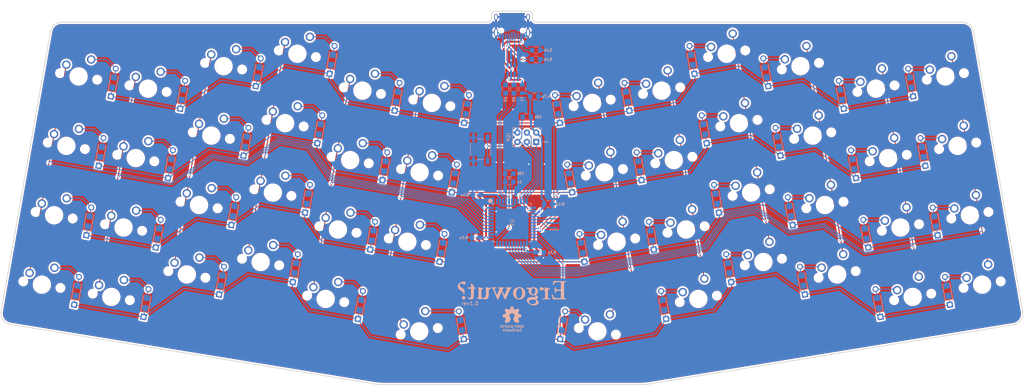
<source format=kicad_pcb>
(kicad_pcb (version 20201116) (generator pcbnew)
  (layers (0 "F.Cu" signal) (31 "B.Cu" signal) (34 "B.Paste" user) (35 "F.Paste" user) (36 "B.SilkS" user "B.Silkscreen") (37 "F.SilkS" user "F.Silkscreen") (38 "B.Mask" user) (39 "F.Mask" user) (44 "Edge.Cuts" user))
  (net 0 "")
  (net 1 "GND")
  (net 2 "VCC")
  (net 3 "RST")
  (net 4 "col7")
  (net 5 "col1")
  (net 6 "col2")
  (net 7 "col3")
  (net 8 "col4")
  (net 9 "col5")
  (net 10 "col6")
  (net 11 "col8")
  (net 12 "col9")
  (net 13 "SCK")
  (net 14 "MOSI")
  (net 15 "MISO")
  (net 16 "Net-(D1-Pad2)")
  (net 17 "Net-(D2-Pad2)")
  (net 18 "Net-(D3-Pad2)")
  (net 19 "Net-(D4-Pad2)")
  (net 20 "Net-(D5-Pad2)")
  (net 21 "Net-(D6-Pad2)")
  (net 22 "Net-(D7-Pad2)")
  (net 23 "Net-(D8-Pad2)")
  (net 24 "Net-(D9-Pad2)")
  (net 25 "Net-(D10-Pad2)")
  (net 26 "Net-(D11-Pad2)")
  (net 27 "Net-(D12-Pad2)")
  (net 28 "Net-(D13-Pad2)")
  (net 29 "Net-(D14-Pad2)")
  (net 30 "Net-(D15-Pad2)")
  (net 31 "Net-(D16-Pad2)")
  (net 32 "Net-(D17-Pad2)")
  (net 33 "Net-(D18-Pad2)")
  (net 34 "Net-(D19-Pad2)")
  (net 35 "Net-(D20-Pad2)")
  (net 36 "Net-(D21-Pad2)")
  (net 37 "Net-(D22-Pad2)")
  (net 38 "Net-(D23-Pad2)")
  (net 39 "Net-(D24-Pad2)")
  (net 40 "Net-(D26-Pad2)")
  (net 41 "Net-(D27-Pad2)")
  (net 42 "Net-(D29-Pad2)")
  (net 43 "Net-(D30-Pad2)")
  (net 44 "Net-(D31-Pad2)")
  (net 45 "Net-(D32-Pad2)")
  (net 46 "Net-(D33-Pad2)")
  (net 47 "Net-(D34-Pad2)")
  (net 48 "Net-(D35-Pad2)")
  (net 49 "Net-(D36-Pad2)")
  (net 50 "Net-(D39-Pad2)")
  (net 51 "Net-(D40-Pad2)")
  (net 52 "Net-(D41-Pad2)")
  (net 53 "Net-(D42-Pad2)")
  (net 54 "Net-(D43-Pad2)")
  (net 55 "Net-(D38-Pad2)")
  (net 56 "Net-(D45-Pad2)")
  (net 57 "Net-(D47-Pad2)")
  (net 58 "Net-(D37-Pad2)")
  (net 59 "VBUS")
  (net 60 "Net-(C108-Pad1)")
  (net 61 "col0")
  (net 62 "row0")
  (net 63 "Net-(D25-Pad2)")
  (net 64 "Net-(D28-Pad2)")
  (net 65 "Net-(D44-Pad2)")
  (net 66 "Net-(D46-Pad2)")
  (net 67 "Net-(D48-Pad2)")
  (net 68 "D+")
  (net 69 "D-")
  (net 70 "Net-(R3-Pad2)")
  (net 71 "row1")
  (net 72 "row2")
  (net 73 "row3")
  (net 74 "col10")
  (net 75 "col11")
  (net 76 "Net-(J1-Pad4)")
  (net 77 "Net-(J1-Pad10)")
  (net 78 "Net-(J1-Pad5)")
  (net 79 "Net-(J1-Pad6)")
  (net 80 "Net-(U1-Pad16)")
  (net 81 "Net-(U1-Pad17)")
  (net 82 "Net-(R4-Pad2)")
  (net 83 "Net-(R6-Pad1)")
  (footprint "Keeb_switches:CHERRY_PLATE_100H" (layer "F.Cu") (at -116.814 18.596 -10)
    (fp_text reference "K1" hide)
    (fp_text value "KEYSW" hide)
  )
  (footprint "Keeb_switches:CHERRY_PLATE_100H" (layer "F.Cu") (at -120.113 37.308 -10)
    (fp_text reference "K2" hide)
    (fp_text value "KEYSW" hide)
  )
  (footprint "Keeb_switches:CHERRY_PLATE_100H" (layer "F.Cu") (at -123.412 56.019001 -10)
    (fp_text reference "K3" hide)
    (fp_text value "KEYSW" hide)
  )
  (footprint "Keeb_switches:CHERRY_PLATE_100H" (layer "F.Cu") (at -126.712 74.729999 -10)
    (fp_text reference "K4" hide)
    (fp_text value "KEYSW" hide)
  )
  (footprint "Keeb_switches:CHERRY_PLATE_100H" (layer "F.Cu") (at -98.102 21.896 -10)
    (fp_text reference "K5" hide)
    (fp_text value "KEYSW" hide)
  )
  (footprint "Keeb_switches:CHERRY_PLATE_100H" (layer "F.Cu") (at -101.402 40.607 -10)
    (fp_text reference "K6" hide)
    (fp_text value "KEYSW" hide)
  )
  (footprint "Keeb_switches:CHERRY_PLATE_100H" (layer "F.Cu") (at -104.701 59.318 -10)
    (fp_text reference "K7" hide)
    (fp_text value "KEYSW" hide)
  )
  (footprint "Keeb_switches:CHERRY_PLATE_100H" (layer "F.Cu") (at -108 78.030001 -10)
    (fp_text reference "K8" hide)
    (fp_text value "KEYSW" hide)
  )
  (footprint "Keeb_switches:CHERRY_PLATE_100H" (layer "F.Cu") (at -77.741 15.839 -10)
    (fp_text reference "K9" hide)
    (fp_text value "KEYSW" hide)
  )
  (footprint "Keeb_switches:CHERRY_PLATE_100H" (layer "F.Cu") (at -81.040999 34.551001 -10)
    (fp_text reference "K10" hide)
    (fp_text value "KEYSW" hide)
  )
  (footprint "Keeb_switches:CHERRY_PLATE_100H" (layer "F.Cu") (at -84.34 53.262 -10)
    (fp_text reference "K11" hide)
    (fp_text value "KEYSW" hide)
  )
  (footprint "Keeb_switches:CHERRY_PLATE_100H" (layer "F.Cu") (at -87.639 71.973001 -10)
    (fp_text reference "K12" hide)
    (fp_text value "KEYSW" hide)
  )
  (footprint "Keeb_switches:CHERRY_PLATE_100H" (layer "F.Cu") (at -57.858 12.491 -10)
    (fp_text reference "K13" hide)
    (fp_text value "KEYSW" hide)
  )
  (footprint "Keeb_switches:CHERRY_PLATE_100H" (layer "F.Cu") (at -61.157 31.203001 -10)
    (fp_text reference "K14" hide)
    (fp_text value "KEYSW" hide)
  )
  (footprint "Keeb_switches:CHERRY_PLATE_100H" (layer "F.Cu") (at -64.457 49.914001 -10)
    (fp_text reference "K15" hide)
    (fp_text value "KEYSW" hide)
  )
  (footprint "Keeb_switches:CHERRY_PLATE_100H" (layer "F.Cu") (at -67.756 68.625 -10)
    (fp_text reference "K16" hide)
    (fp_text value "KEYSW" hide)
  )
  (footprint "Keeb_switches:CHERRY_PLATE_100H" (layer "F.Cu") (at -40.319 22.438 -10)
    (fp_text reference "K17" hide)
    (fp_text value "KEYSW" hide)
  )
  (footprint "Keeb_switches:CHERRY_PLATE_100H" (layer "F.Cu") (at -43.618 41.149 -10)
    (fp_text reference "K18" hide)
    (fp_text value "KEYSW" hide)
  )
  (footprint "Keeb_switches:CHERRY_PLATE_100H" (layer "F.Cu") (at -46.917 59.861 -10)
    (fp_text reference "K19" hide)
    (fp_text value "KEYSW" hide)
  )
  (footprint "Keeb_switches:CHERRY_PLATE_100H" (layer "F.Cu") (at -50.217 78.572 -10)
    (fp_text reference "K20" hide)
    (fp_text value "KEYSW" hide)
  )
  (footprint "Keeb_switches:CHERRY_PLATE_100H" (layer "F.Cu") (at -21.607 25.737 -10)
    (fp_text reference "K21" hide)
    (fp_text value "KEYSW" hide)
  )
  (footprint "Keeb_switches:CHERRY_PLATE_100H" (layer "F.Cu") (at -24.906999 44.449001 -10)
    (fp_text reference "K22" hide)
    (fp_text value "KEYSW" hide)
  )
  (footprint "Keeb_switches:CHERRY_PLATE_100H" (layer "F.Cu") (at -28.206 63.16 -10)
    (fp_text reference "K23" hide)
    (fp_text value "KEYSW" hide)
  )
  (footprint "Keeb_switches:CHERRY_PLATE_150H" (layer "F.Cu") (at -25.007 87.3 10)
    (fp_text reference "K24" hide)
    (fp_text value "KEYSW" hide)
  )
  (footprint "Keeb_switches:CHERRY_PLATE_100H" (layer "F.Cu") (at 21.607 25.737 10)
    (fp_text reference "K25" hide)
    (fp_text value "KEYSW" hide)
  )
  (footprint "Keeb_switches:CHERRY_PLATE_100H" (layer "F.Cu") (at 24.907 44.449 10)
    (fp_text reference "K26" hide)
    (fp_text value "KEYSW" hide)
  )
  (footprint "Keeb_switches:CHERRY_PLATE_100H" (layer "F.Cu") (at 28.206 63.16 10)
    (fp_text reference "K27" hide)
    (fp_text value "KEYSW" hide)
  )
  (footprint "Keeb_switches:CHERRY_PLATE_150H" (layer "F.Cu") (at 23.007 87.3 -10)
    (fp_text reference "K28" hide)
    (fp_text value "KEYSW" hide)
  )
  (footprint "Keeb_switches:CHERRY_PLATE_100H" (layer "F.Cu") (at 40.319 22.437998 10)
    (fp_text reference "K29" hide)
    (fp_text value "KEYSW" hide)
  )
  (footprint "Keeb_switches:CHERRY_PLATE_100H" (layer "F.Cu") (at 43.618 41.149 10)
    (fp_text reference "K30" hide)
    (fp_text value "KEYSW" hide)
  )
  (footprint "Keeb_switches:CHERRY_PLATE_100H" (layer "F.Cu") (at 46.917 59.861 10)
    (fp_text reference "K31" hide)
    (fp_text value "KEYSW" hide)
  )
  (footprint "Keeb_switches:CHERRY_PLATE_100H" (layer "F.Cu") (at 50.217 78.572 10)
    (fp_text reference "K32" hide)
    (fp_text value "KEYSW" hide)
  )
  (footprint "Keeb_switches:CHERRY_PLATE_100H" (layer "F.Cu") (at 57.858 12.491 10)
    (fp_text reference "K33" hide)
    (fp_text value "KEYSW" hide)
  )
  (footprint "Keeb_switches:CHERRY_PLATE_100H" (layer "F.Cu") (at 61.157 31.203 10)
    (fp_text reference "K34" hide)
    (fp_text value "KEYSW" hide)
  )
  (footprint "Keeb_switches:CHERRY_PLATE_100H" (layer "F.Cu") (at 64.457 49.914001 10)
    (fp_text reference "K35" hide)
    (fp_text value "KEYSW" hide)
  )
  (footprint "Keeb_switches:CHERRY_PLATE_100H" (layer "F.Cu") (at 67.756 68.625 10)
    (fp_text reference "K36" hide)
    (fp_text value "KEYSW" hide)
  )
  (footprint "Keeb_switches:CHERRY_PLATE_100H" (layer "F.Cu") (at 77.741 15.839 10)
    (fp_text reference "K37" hide)
    (fp_text value "KEYSW" hide)
  )
  (footprint "Keeb_switches:CHERRY_PLATE_100H" (layer "F.Cu") (at 81.041 34.551001 10)
    (fp_text reference "K38" hide)
    (fp_text value "KEYSW" hide)
  )
  (footprint "Keeb_switches:CHERRY_PLATE_100H" (layer "F.Cu") (at 84.34 53.262 10)
    (fp_text reference "K39" hide)
    (fp_text value "KEYSW" hide)
  )
  (footprint "Keeb_switches:CHERRY_PLATE_100H" (layer "F.Cu") (at 87.639 71.973 10)
    (fp_text reference "K40" hide)
    (fp_text value "KEYSW" hide)
  )
  (footprint "Keeb_switches:CHERRY_PLATE_100H" (layer "F.Cu") (at 98.102 21.896 10)
    (fp_text reference "K41" hide)
    (fp_text value "KEYSW" hide)
  )
  (footprint "Keeb_switches:CHERRY_PLATE_100H" (layer "F.Cu") (at 101.402 40.607 10)
    (fp_text reference "K42" hide)
    (fp_text value "KEYSW" hide)
  )
  (footprint "Keeb_switches:CHERRY_PLATE_100H" (layer "F.Cu") (at 104.701 59.318 10)
    (fp_text reference "K43" hide)
    (fp_text value "KEYSW" hide)
  )
  (footprint "Keeb_switches:CHERRY_PLATE_100H" (layer "F.Cu") (at 108 78.03 10)
    (fp_text reference "K44" hide)
    (fp_text value "KEYSW" hide)
  )
  (footprint "Keeb_switches:CHERRY_PLATE_100H" (layer "F.Cu") (at 116.814 18.596 10)
    (fp_text reference "K45" hide)
    (fp_text value "KEYSW" hide)
  )
  (footprint "Keeb_switches:CHERRY_PLATE_100H" (layer "F.Cu") (at 120.113 37.308 10)
    (fp_text reference "K46" hide)
    (fp_text value "KEYSW" hide)
  )
  (footprint "Keeb_switches:CHERRY_PLATE_100H" (layer "F.Cu") (at 123.412 56.019 10)
    (fp_text reference "K47" hide)
    (fp_text value "KEYSW" hide)
  )
  (footprint "Keeb_switches:CHERRY_PLATE_100H" (layer "F.Cu") (at 126.712 74.73 10)
    (fp_text reference "K48" hide)
    (fp_text value "KEYSW" hide)
  )
  (footprint "Keeb_components:C_0805" (layer "B.Cu") (at -9.749999 62 180)
    (fp_text reference "C103")
    (fp_text value "0.1u")
  )
  (footprint "Keeb_components:C_0805" (layer "B.Cu") (at 7.5 66)
    (fp_text reference "C106")
    (fp_text value "0.1u")
  )
  (footprint "Keeb_components:C_0805" (layer "B.Cu") (at 6 24)
    (fp_text reference "C107")
    (fp_text value "4.7u")
  )
  (footprint "Keeb_components:hybrid_DIODE_sans" (layer "B.Cu") (at -107.458 20.246 80)
    (fp_text reference "D1")
    (fp_text value "D" hide)
  )
  (footprint "Keeb_components:hybrid_DIODE_sans" (layer "B.Cu") (at -110.757 38.957 80)
    (fp_text reference "D2")
    (fp_text value "D" hide)
  )
  (footprint "Keeb_components:hybrid_DIODE_sans" (layer "B.Cu") (at -114.057 57.669001 80)
    (fp_text reference "D3")
    (fp_text value "D" hide)
  )
  (footprint "Keeb_components:hybrid_DIODE_sans" (layer "B.Cu") (at -117.356 76.380001 80)
    (fp_text reference "D4")
    (fp_text value "D" hide)
  )
  (footprint "Keeb_components:hybrid_DIODE_sans" (layer "B.Cu") (at -88.747 23.545001 80)
    (fp_text reference "D5")
    (fp_text value "D" hide)
  )
  (footprint "Keeb_components:hybrid_DIODE_sans" (layer "B.Cu") (at -92.046 42.257 80)
    (fp_text reference "D6")
    (fp_text value "D" hide)
  )
  (footprint "Keeb_components:hybrid_DIODE_sans" (layer "B.Cu") (at -95.344999 60.968001 80)
    (fp_text reference "D7")
    (fp_text value "D" hide)
  )
  (footprint "Keeb_components:hybrid_DIODE_sans" (layer "B.Cu") (at -98.645 79.679 80)
    (fp_text reference "D8")
    (fp_text value "D" hide)
  )
  (footprint "Keeb_components:hybrid_DIODE_sans" (layer "B.Cu") (at -68.386 17.489 80)
    (fp_text reference "D9")
    (fp_text value "D" hide)
  )
  (footprint "Keeb_components:hybrid_DIODE_sans" (layer "B.Cu") (at -71.685 36.2 80)
    (fp_text reference "D10")
    (fp_text value "D" hide)
  )
  (footprint "Keeb_components:hybrid_DIODE_sans" (layer "B.Cu") (at -74.984 54.912 80)
    (fp_text reference "D11")
    (fp_text value "D" hide)
  )
  (footprint "Keeb_components:hybrid_DIODE_sans" (layer "B.Cu") (at -78.284 73.623 80)
    (fp_text reference "D12")
    (fp_text value "D" hide)
  )
  (footprint "Keeb_components:hybrid_DIODE_sans" (layer "B.Cu") (at -51.802 32.852 80)
    (fp_text reference "D14")
    (fp_text value "D" hide)
  )
  (footprint "Keeb_components:hybrid_DIODE_sans" (layer "B.Cu") (at -55.101 51.564001 80)
    (fp_text reference "D15")
    (fp_text value "D" hide)
  )
  (footprint "Keeb_components:hybrid_DIODE_sans" (layer "B.Cu") (at -58.4 70.275 80)
    (fp_text reference "D16")
    (fp_text value "D" hide)
  )
  (footprint "Keeb_components:hybrid_DIODE_sans" (layer "B.Cu") (at -30.963 24.088001 80)
    (fp_text reference "D17")
    (fp_text value "D" hide)
  )
  (footprint "Keeb_components:hybrid_DIODE_sans" (layer "B.Cu") (at -34.262 42.799 80)
    (fp_text reference "D18")
    (fp_text value "D" hide)
  )
  (footprint "Keeb_components:hybrid_DIODE_sans" (layer "B.Cu") (at -37.562 61.51 80)
    (fp_text reference "D19")
    (fp_text value "D" hide)
  )
  (footprint "Keeb_components:hybrid_DIODE_sans" (layer "B.Cu") (at -40.861 80.222 80)
    (fp_text reference "D20")
    (fp_text value "D" hide)
  )
  (footprint "Keeb_components:hybrid_DIODE_sans" (layer "B.Cu") (at -12.252 27.387 80)
    (fp_text reference "D21")
    (fp_text value "D" hide)
  )
  (footprint "Keeb_components:hybrid_DIODE_sans" (layer "B.Cu") (at -15.551 46.098 80)
    (fp_text reference "D22")
    (fp_text value "D" hide)
  )
  (footprint "Keeb_components:hybrid_DIODE_sans" (layer "B.Cu") (at -18.850001 64.81 80)
    (fp_text reference "D23")
    (fp_text value "D" hide)
  )
  (footprint "Keeb_components:hybrid_DIODE_sans" (layer "B.Cu") (at -13.652 85.651 100)
    (fp_text reference "D24")
    (fp_text value "D" hide)
  )
  (footprint "Keeb_components:hybrid_DIODE_sans" (layer "B.Cu") (at 15.551 46.098001 100)
    (fp_text reference "D26")
    (fp_text value "D" hide)
  )
  (footprint "Keeb_components:hybrid_DIODE_sans" (layer "B.Cu") (at 18.85 64.810001 100)
    (fp_text reference "D27")
    (fp_text value "D" hide)
  )
  (footprint "Keeb_components:hybrid_DIODE_sans" (layer "B.Cu") (at 30.963 24.088001 100)
    (fp_text reference "D29")
    (fp_text value "D" hide)
  )
  (footprint "Keeb_components:hybrid_DIODE_sans" (layer "B.Cu") (at 34.262 42.799 100)
    (fp_text reference "D30")
    (fp_text value "D" hide)
  )
  (footprint "Keeb_components:hybrid_DIODE_sans" (layer "B.Cu") (at 37.562001 61.51 100)
    (fp_text reference "D31")
    (fp_text value "D" hide)
  )
  (footprint "Keeb_components:hybrid_DIODE_sans" (layer "B.Cu") (at 40.861 80.222 100)
    (fp_text reference "D32")
    (fp_text value "D" hide)
  )
  (footprint "Keeb_components:hybrid_DIODE_sans" (layer "B.Cu") (at 51.802 32.852 100)
    (fp_text reference "D34")
    (fp_text value "D" hide)
  )
  (footprint "Keeb_components:hybrid_DIODE_sans" (layer "B.Cu") (at 58.4 70.275 100)
    (fp_text reference "D36")
    (fp_text value "D" hide)
  )
  (footprint "Keeb_components:hybrid_DIODE_sans" (layer "B.Cu") (at 68.386 17.489001 100)
    (fp_text reference "D37")
    (fp_text value "D" hide)
  )
  (footprint "Keeb_components:hybrid_DIODE_sans" (layer "B.Cu") (at 71.685 36.2 100)
    (fp_text reference "D38")
    (fp_text value "D" hide)
  )
  (footprint "Keeb_components:hybrid_DIODE_sans" (layer "B.Cu") (at 74.984 54.912 100)
    (fp_text reference "D39")
    (fp_text value "D" hide)
  )
  (footprint "Keeb_components:hybrid_DIODE_sans" (layer "B.Cu") (at 78.284 73.623 100)
    (fp_text reference "D40")
    (fp_text value "D" hide)
  )
  (footprint "Keeb_components:hybrid_DIODE_sans" (layer "B.Cu") (at 88.747 23.545 100)
    (fp_text reference "D41")
    (fp_text value "D" hide)
  )
  (footprint "Keeb_components:hybrid_DIODE_sans" (layer "B.Cu") (at 92.046 42.257 100)
    (fp_text reference "D42")
    (fp_text value "D" hide)
  )
  (footprint "Keeb_components:hybrid_DIODE_sans" (layer "B.Cu") (at 95.345 60.968001 100)
    (fp_text reference "D43")
    (fp_text value "D" hide)
  )
  (footprint "Keeb_components:hybrid_DIODE_sans" (layer "B.Cu") (at 98.645 79.679 100)
    (fp_text reference "D44")
    (fp_text value "D" hide)
  )
  (footprint "Keeb_components:hybrid_DIODE_sans" (layer "B.Cu") (at 107.458 20.246001 100)
    (fp_text reference "D45")
    (fp_text value "D" hide)
  )
  (footprint "Keeb_components:hybrid_DIODE_sans" (layer "B.Cu") (at 110.757 38.957 100)
    (fp_text reference "D46")
    (fp_text value "D" hide)
  )
  (footprint "Keeb_components:hybrid_DIODE_sans" (layer "B.Cu") (at 114.057 57.669001 100)
    (fp_text reference "D47")
    (fp_text value "D" hide)
  )
  (footprint "Keeb_components:hybrid_DIODE_sans" (layer "B.Cu") (at 117.356 76.380001 100)
    (fp_text reference "D48")
    (fp_text value "D" hide)
  )
  (footprint "Keeb_components:isp_standard" (layer "B.Cu") (at 4 35 90)
    (fp_text reference "J2" hide)
    (fp_text value "ISP")
  )
  (footprint "Keeb_components:R_0805" (layer "B.Cu") (at -0.75 44.750001 180)
    (fp_text reference "R6" hide)
    (fp_text value "10k")
  )
  (footprint "Keeb_components:R_0805" (layer "B.Cu") (at -1.75 22 -90)
    (fp_text reference "R4" hide)
    (fp_text value "22")
  )
  (footprint "Keeb_components:Resonator_SMD_muRata_CSTNExxV-3Pin-p1.2" (layer "B.Cu") (at 11.310946 58.150048 90)
    (fp_text reference "X1" hide)
    (fp_text value "XTAL_GND")
  )
  (footprint "Keeb_components:hybrid_DIODE_sans" (layer "B.Cu") (at -48.502 14.141002 80)
    (fp_text reference "D13")
    (fp_text value "D" hide)
  )
  (footprint "Keeb_components:hybrid_DIODE_sans" (layer "B.Cu") (at 12.252 27.387 100)
    (fp_text reference "D25")
    (fp_text value "D" hide)
  )
  (footprint "Keeb_components:hybrid_DIODE_sans" (layer "B.Cu") (at 13.652 85.651001 80)
    (fp_text reference "D28")
    (fp_text value "D" hide)
  )
  (footprint "Keeb_components:hybrid_DIODE_sans" (layer "B.Cu") (at 48.502 14.141 100)
    (fp_text reference "D33")
    (fp_text value "D" hide)
  )
  (footprint "Keeb_components:hybrid_DIODE_sans" (layer "B.Cu") (at 55.101 51.564 100)
    (fp_text reference "D35")
    (fp_text value "D" hide)
  )
  (footprint "Keeb_components:R_0805" (layer "B.Cu") (at 0.5 22.000001 -90)
    (fp_text reference "R3" hide)
    (fp_text value "22")
  )
  (footprint "Keeb_components:ATMEGA32U4" (layer "B.Cu") (at 0.000001 58 -90)
    (fp_text reference "U1")
    (fp_text value "ATmega32U4")
  )
  (footprint "Keeb_components:C_0805" (layer "B.Cu") (at -0.75 47 180)
    (fp_text reference "C108")
    (fp_text value "1u")
  )
  (footprint "Keeb_components:C_0805" (layer "B.Cu") (at 9.75 53.000001)
    (fp_text reference "C105")
    (fp_text value "0.1u")
  )
  (footprint "Keeb_components:C_0805" (layer "B.Cu") (at -9.5 50.500001 180)
    (fp_text reference "C104")
    (fp_text value "0.1u")
  )
  (footprint "Keeb_components:R_0805" (layer "B.Cu") (at 4 29.5 180)
    (fp_text reference "R5" hide)
    (fp_text value "10k")
  )
  (footprint "Keeb_components:R_0805" (layer "B.Cu") (at 6.5 11.5)
    (fp_text reference "R2" hide)
    (fp_text value "5.1k")
  )
  (footprint "Keeb_components:R_0805" (layer "B.Cu") (at 6.5 14.000001)
    (fp_text reference "R1" hide)
    (fp_text value "5.1k")
  )
  (footprint "Keeb_components:HRO-TYPE-C-31-M-12" (layer "B.Cu") (at 0 0)
    (fp_text reference "J1")
    (fp_text value "HRO-TYPE-C-31-M-12")
  )
  (footprint "Keeb_components:USBLC6-2SC6" (layer "B.Cu") (at -0.25 16.75)
    (fp_text reference "U2" hide)
    (fp_text value "USBLC6-2SC6" hide)
  )
  (footprint "footprints:oshw" (layer "B.Cu") (at 0 84 180)
    (fp_text reference "G***" hide)
    (fp_text value "LOGO" hide)
  )
  (footprint "footprints:logo" (layer "B.Cu") (at 0 77 180)
    (fp_text reference "G***" hide)
    (fp_text value "LOGO" hide)
  )
  (footprint "Button_Switch_SMD:SW_SPST_TL3342" (layer "B.Cu") (at -8.5 38.25 -90)
    (fp_text reference "SW1" hide)
    (fp_text value "SW_Push")
  )
  (footprint "Keeb_components:F_0805" (layer "B.Cu") (at 2.75 22 -90)
    (fp_text reference "F1")
    (fp_text value "Polyfuse" hide)
  )
  (gr_line (start -137.689467 81.958456) (end -124.369344 6.416285) (layer "Edge.Cuts") (width 0.2))
  (gr_arc (start 121.489729 6.924039) (end 124.368986 6.414263) (angle -79.9597465) (layer "Edge.Cuts") (width 0.2))
  (gr_line (start -5.5 3) (end -5.500001 2.000001) (layer "Edge.Cuts") (width 0.2))
  (gr_arc (start -4.5 2.000001) (end -4.5 1) (angle -90) (layer "Edge.Cuts") (width 0.2))
  (gr_arc (start -134.735448 82.47933) (end -137.689467 81.958456) (angle -90.73411955) (layer "Edge.Cuts") (width 0.2))
  (gr_line (start -34.586266 101.644526) (end 34.586265 101.644526) (layer "Edge.Cuts") (width 0.2))
  (gr_arc (start -34.586265 85.542914) (end -37.178887 101.43443) (angle -9.26588046) (layer "Edge.Cuts") (width 0.2))
  (gr_line (start 5.5 3) (end 5.5 2) (layer "Edge.Cuts") (width 0.2))
  (gr_line (start -121.489728 4) (end -6.5 4) (layer "Edge.Cuts") (width 0.2))
  (gr_line (start 6.5 4) (end 121.489729 4) (layer "Edge.Cuts") (width 0.2))
  (gr_line (start 135.219566 85.519632) (end 37.178885 101.43443) (layer "Edge.Cuts") (width 0.2))
  (gr_arc (start 134.671857 82.570145) (end 135.219566 85.519632) (angle -90.74297547) (layer "Edge.Cuts") (width 0.2))
  (gr_arc (start 6.5 3) (end 5.5 3) (angle -90) (layer "Edge.Cuts") (width 0.2))
  (gr_line (start -4.5 1) (end 4.500001 1) (layer "Edge.Cuts") (width 0.2))
  (gr_arc (start 4.5 1.999997) (end 5.5 2) (angle -90) (layer "Edge.Cuts") (width 0.2))
  (gr_arc (start -121.489728 6.924039) (end -121.489728 4) (angle -80) (layer "Edge.Cuts") (width 0.2))
  (gr_line (start 124.368986 6.414263) (end 137.613993 81.984237) (layer "Edge.Cuts") (width 0.2))
  (gr_line (start -37.178887 101.43443) (end -135.21843 85.43978) (layer "Edge.Cuts") (width 0.2))
  (gr_arc (start 34.586265 85.542914) (end 34.586265 101.644526) (angle -9.26588046) (layer "Edge.Cuts") (width 0.2))
  (gr_arc (start -6.5 3) (end -6.5 4) (angle -90) (layer "Edge.Cuts") (width 0.2))
  (gr_text "rev1.0" (at -11.310947 79.771942) (layer "B.SilkS") (effects (font (size 1 1))))
  (via (at -2.25 41.75) (size 0.6) (drill 0.4) (layers "F.Cu" "B.Cu") (net 1))
  (via (at -0.25 14.249999) (size 0.6) (drill 0.4) (layers "F.Cu" "B.Cu") (net 1))
  (via (at 8.75 42.25) (size 0.6) (drill 0.4) (layers "F.Cu" "B.Cu") (net 1))
  (via (at -4.25 55.000001) (size 0.6) (drill 0.4) (layers "F.Cu" "B.Cu") (net 1))
  (via (at -4.25 41.75) (size 0.6) (drill 0.4) (layers "F.Cu" "B.Cu") (net 1))
  (via (at 8.5 67.5) (size 0.6) (drill 0.4) (layers "F.Cu" "B.Cu") (net 1))
  (via (at -4.25 60.5) (size 0.6) (drill 0.4) (layers "F.Cu" "B.Cu") (net 1))
  (via (at 4.499999 42.25) (size 0.6) (drill 0.4) (layers "F.Cu" "B.Cu") (net 1))
  (via (at 7.5 56.25) (size 0.6) (drill 0.4) (layers "F.Cu" "B.Cu") (net 1))
  (via (at -2.750001 27.500001) (size 0.6) (drill 0.4) (layers "F.Cu" "B.Cu") (net 1))
  (via (at 0.25 27.5) (size 0.6) (drill 0.4) (layers "F.Cu" "B.Cu") (net 1))
  (segment (start -0.8 51.363994) (end -1.749998 50.413995) (width 0.25) (layer "B.Cu") (net 1))
  (segment (start -1.749998 50.413995) (end -1.75 47.875) (width 0.25) (layer "B.Cu") (net 1))
  (segment (start 5.7 56.4) (end 7.35 56.4) (width 0.25) (layer "B.Cu") (net 1))
  (segment (start -4.95 61.2) (end -4.25 60.5) (width 0.25) (layer "B.Cu") (net 1))
  (segment (start -0.25 15.6) (end -0.25 14.249999) (width 0.25) (layer "B.Cu") (net 1))
  (segment (start -4.450001 54.8) (end -4.25 55.000001) (width 0.25) (layer "B.Cu") (net 1))
  (segment (start -0.8 52.3) (end -0.8 51.363994) (width 0.25) (layer "B.Cu") (net 1))
  (segment (start -3.57 2.6) (end 4.32 2.6) (width 0.25) (layer "B.Cu") (net 1))
  (segment (start 8.5 65.875) (end 8.5 66) (width 0.25) (layer "B.Cu") (net 1))
  (segment (start 7.35 56.4) (end 7.5 56.25) (width 0.25) (layer "B.Cu") (net 1))
  (segment (start 8.5 66) (end 8.5 67.5) (width 0.25) (layer "B.Cu") (net 1))
  (segment (start -5.7 54.8) (end -4.450001 54.8) (width 0.25) (layer "B.Cu") (net 1))
  (segment (start -1.75 47.875) (end -1.75 47) (width 0.25) (layer "B.Cu") (net 1))
  (segment (start 4 63.700001) (end 6.325 63.700001) (width 0.25) (layer "B.Cu") (net 1))
  (segment (start -5.7 61.2) (end -4.95 61.2) (width 0.25) (layer "B.Cu") (net 1))
  (segment (start -4.319998 2.6) (end -3.57 2.6) (width 0.25) (layer "B.Cu") (net 1))
  (segment (start 6.325 63.700001) (end 8.5 65.875) (width 0.25) (layer "B.Cu") (net 1))
  (segment (start -7.000001 62) (end -7 54) (width 0.5) (layer "F.Cu") (net 2))
  (segment (start -7 54) (end -7 53.000001) (width 0.5) (layer "F.Cu") (net 2))
  (segment (start -6.54194 65.208058) (end -9.749999 62) (width 0.5) (layer "F.Cu") (net 2))
  (segment (start 6 56.335003) (end 6 64.5) (width 0.5) (layer "F.Cu") (net 2))
  (segment (start 6 64.5) (end 7.5 66) (width 0.5) (layer "F.Cu") (net 2))
  (segment (start -7 53.000001) (end -9.5 50.500001) (width 0.5) (layer "F.Cu") (net 2))
  (segment (start 3.791942 65.208058) (end -6.54194 65.208058) (width 0.5) (layer "F.Cu") (net 2))
  (segment (start 7.667501 54.667501) (end 6 56.335003) (width 0.5) (layer "F.Cu") (net 2))
  (via (at -7 54) (size 0.6) (drill 0.4) (layers "F.Cu" "B.Cu") (net 2))
  (via (at 7.667501 54.667501) (size 0.6) (drill 0.4) (layers "F.Cu" "B.Cu") (net 2))
  (via (at -9.5 50.500001) (size 0.6) (drill 0.4) (layers "F.Cu" "B.Cu") (net 2))
  (via (at -7.000001 62) (size 0.6) (drill 0.4) (layers "F.Cu" "B.Cu") (net 2))
  (via (at 7.5 66) (size 0.6) (drill 0.4) (layers "F.Cu" "B.Cu") (net 2))
  (via (at -9.749999 62) (size 0.6) (drill 0.4) (layers "F.Cu" "B.Cu") (net 2))
  (via (at 3.791942 65.208058) (size 0.6) (drill 0.4) (layers "F.Cu" "B.Cu") (net 2))
  (segment (start -3.2 53.161413) (end -2.861402 53.50001) (width 0.5) (layer "B.Cu") (net 2))
  (segment (start 5.1 29.5) (end 5.1 32.29) (width 0.5) (layer "B.Cu") (net 2))
  (segment (start 0.461402 53.50001) (end 0.8 53.161412) (width 0.5) (layer "B.Cu") (net 2))
  (segment (start 8 54.335003) (end 7.667501 54.667501) (width 0.5) (layer "B.Cu") (net 2))
  (segment (start -8.75 62) (end -7.000001 62) (width 0.5) (layer "B.Cu") (net 2))
  (segment (start 8.65 52.15) (end 8 51.500001) (width 0.5) (layer "B.Cu") (net 2))
  (segment (start 6.54 33.730002) (end 8 35.19) (width 0.5) (layer "B.Cu") (net 2))
  (segment (start 4 23.100001) (end 4.9 24) (width 0.5) (layer "B.Cu") (net 2))
  (segment (start -4.138589 50.5) (end -3.2 51.438588) (width 0.5) (layer "B.Cu") (net 2))
  (segment (start 4.513186 66) (end 5.5 66.000001) (width 0.5) (layer "B.Cu") (net 2))
  (segment (start -9.5 50.500001) (end -8.4 50.5) (width 0.5) (layer "B.Cu") (net 2))
  (segment (start 3.756594 65.243408) (end 4.513186 66) (width 0.5) (layer "B.Cu") (net 2))
  (segment (start 8 35.19) (end 8 51.500001) (width 0.5) (layer "B.Cu") (net 2))
  (segment (start 7.5 66) (end 6.4 66) (width 0.5) (layer "B.Cu") (net 2))
  (segment (start -5.7 54) (end -7 54) (width 0.5) (layer "B.Cu") (net 2))
  (segment (start -9.749999 62) (end -8.65 62) (width 0.5) (layer "B.Cu") (net 2))
  (segment (start 5.5 66.000001) (end 6.5 66) (width 0.5) (layer "B.Cu") (net 2))
  (segment (start -8.4 50.5) (end -4.138589 50.5) (width 0.5) (layer "B.Cu") (net 2))
  (segment (start 0.8 53.161412) (end 0.8 52.3) (width 0.5) (layer "B.Cu") (net 2))
  (segment (start 6.735003 55.6) (end 5.7 55.600001) (width 0.5) (layer "B.Cu") (net 2))
  (segment (start 3.2 64.686814) (end 3.756594 65.243408) (width 0.5) (layer "B.Cu") (net 2))
  (segment (start 8.65 53.685002) (end 7.667501 54.667501) (width 0.5) (layer "B.Cu") (net 2))
  (segment (start 3.199998 63.7) (end 3.2 64.686814) (width 0.5) (layer "B.Cu") (net 2))
  (segment (start 5.1 32.29) (end 6.54 33.730002) (width 0.5) (layer "B.Cu") (net 2))
  (segment (start 8.65 53.000001) (end 8.65 52.15) (width 0.5) (layer "B.Cu") (net 2))
  (segment (start -2.861402 53.50001) (end 0.461402 53.50001) (width 0.5) (layer "B.Cu") (net 2))
  (segment (start 8.65 53.000001) (end 8.65 53.685002) (width 0.5) (layer "B.Cu") (net 2))
  (segment (start 7.667501 54.667501) (end 6.735003 55.6) (width 0.5) (layer "B.Cu") (net 2))
  (segment (start 4.899999 29.3) (end 5.1 29.5) (width 0.5) (layer "B.Cu") (net 2))
  (segment (start -3.200001 52.3) (end -3.2 53.161413) (width 0.5) (layer "B.Cu") (net 2))
  (segment (start 3.756594 65.243408) (end 3.791942 65.208058) (width 0.5) (layer "B.Cu") (net 2))
  (segment (start -7.000001 62) (end -5.7 62) (width 0.5) (layer "B.Cu") (net 2))
  (segment (start 4.9 24) (end 4.899999 29.3) (width 0.5) (layer "B.Cu") (net 2))
  (segment (start 2.750001 23.100001) (end 4 23.100001) (width 0.5) (layer "B.Cu") (net 2))
  (segment (start -3.2 51.438588) (end -3.200001 52.3) (width 0.5) (layer "B.Cu") (net 2))
  (segment (start 0.33 37.4) (end 1.46 36.270001) (width 0.25) (layer "F.Cu") (net 3))
  (segment (start 2.158058 50.658057) (end 2.158059 52.158058) (width 0.25) (layer "F.Cu") (net 3))
  (segment (start -6.6 37.4) (end 0.33 37.4) (width 0.25) (layer "F.Cu") (net 3))
  (segment (start 2.158059 52.158058) (end 4.5 54.5) (width 0.25) (layer "F.Cu") (net 3))
  (via (at -6.6 37.4) (size 0.6) (drill 0.4) (layers "F.Cu" "B.Cu") (net 3))
  (via (at 2.158058 50.658057) (size 0.6) (drill 0.4) (layers "F.Cu" "B.Cu") (net 3))
  (via (at 4.5 54.5) (size 0.6) (drill 0.4) (layers "F.Cu" "B.Cu") (net 3))
  (segment (start -6.6 37.4) (end -6.6 41.4) (width 0.25) (layer "B.Cu") (net 3))
  (segment (start -6.6 35.1) (end -6.6 37.4) (width 0.25) (layer "B.Cu") (net 3))
  (segment (start 6 40) (end 2.27 36.270001) (width 0.25) (layer "B.Cu") (net 3))
  (segment (start 5.7 54.8) (end 4.8 54.8) (width 0.25) (layer "B.Cu") (net 3))
  (segment (start 4.8 54.8) (end 4.5 54.5) (width 0.25) (layer "B.Cu") (net 3))
  (segment (start 2.635001 35.094999) (end 2.309999 35.419999) (width 0.25) (layer "B.Cu") (net 3))
  (segment (start 2.158058 50.658057) (end 6 46.816116) (width 0.25) (layer "B.Cu") (net 3))
  (segment (start 2.9 30.4) (end 2.635001 30.664999) (width 0.25) (layer "B.Cu") (net 3))
  (segment (start 2.27 36.270001) (end 1.46 36.270001) (width 0.25) (layer "B.Cu") (net 3))
  (segment (start 2.9 29.5) (end 2.9 30.4) (width 0.25) (layer "B.Cu") (net 3))
  (segment (start 6 46.816116) (end 6 40) (width 0.25) (layer "B.Cu") (net 3))
  (segment (start 2.309999 35.419999) (end 1.46 36.270001) (width 0.25) (layer "B.Cu") (net 3))
  (segment (start 2.635001 30.664999) (end 2.635001 35.094999) (width 0.25) (layer "B.Cu") (net 3))
  (segment (start 48.536279 54.41711) (end 50.665374 66.491807) (width 0.25) (layer "F.Cu") (net 4))
  (segment (start 50.665374 66.491807) (end 51.835428 73.127515) (width 0.25) (layer "F.Cu") (net 4))
  (segment (start 41.938279 16.99411) (end 45.237279 35.70511) (width 0.25) (layer "F.Cu") (net 4))
  (segment (start 48.536279 54.41711) (end 51.836279 73.12811) (width 0.25) (layer "F.Cu") (net 4))
  (segment (start 51.835428 73.127515) (end 51.836278 73.128109) (width 0.25) (layer "F.Cu") (net 4))
  (segment (start 45.237279 35.70511) (end 48.536279 54.41711) (width 0.25) (layer "F.Cu") (net 4))
  (via (at 50.665374 66.491807) (size 0.6) (drill 0.4) (layers "F.Cu" "B.Cu") (net 4))
  (segment (start 6.40867 71.90867) (end 5.78366 71.28366) (width 0.25) (layer "B.Cu") (net 4))
  (segment (start 49.800611 66.191509) (end 17.498924 71.887168) (width 0.25) (layer "B.Cu") (net 4))
  (segment (start 50.148819 66.130111) (end 49.800611 66.191509) (width 0.25) (layer "B.Cu") (net 4))
  (segment (start 17.185839 71.90867) (end 11.899399 71.90867) (width 0.25) (layer "B.Cu") (net 4))
  (segment (start 17.498924 71.887168) (end 17.376979 71.90867) (width 0.25) (layer "B.Cu") (net 4))
  (segment (start 50.665374 66.491807) (end 50.148819 66.130111) (width 0.25) (layer "B.Cu") (net 4))
  (segment (start -0.8 63.7) (end -0.8 64.7) (width 0.25) (layer "B.Cu") (net 4))
  (segment (start -0.8 64.7) (end 5.78366 71.28366) (width 0.25) (layer "B.Cu") (net 4))
  (segment (start 11.899399 71.90867) (end 6.40867 71.90867) (width 0.25) (layer "B.Cu") (net 4))
  (segment (start 17.376979 71.90867) (end 17.185839 71.90867) (width 0.25) (layer "B.Cu") (net 4))
  (segment (start -108.012254 56.154699) (end -108.012051 56.154989) (width 0.25) (layer "F.Cu") (net 5))
  (segment (start -108.012051 56.15499) (end -111.311051 74.866989) (width 0.25) (layer "F.Cu") (net 5))
  (segment (start -106.16596 45.683845) (end -108.012254 56.154699) (width 0.25) (layer "F.Cu") (net 5))
  (segment (start -101.413051 18.732989) (end -104.713051 37.443989) (width 0.25) (layer "F.Cu") (net 5))
  (segment (start -104.713051 37.443989) (end -106.16596 45.683845) (width 0.25) (layer "F.Cu") (net 5))
  (via (at -106.16596 45.683845) (size 0.6) (drill 0.4) (layers "F.Cu" "B.Cu") (net 5))
  (segment (start -71.392632 41.719636) (end -72.892134 41.455233) (width 0.25) (layer "B.Cu") (net 5))
  (segment (start -71.392632 41.719636) (end -62.898589 35.772042) (width 0.25) (layer "B.Cu") (net 5))
  (segment (start -91.753632 47.776635) (end -105.370183 45.37567) (width 0.25) (layer "B.Cu") (net 5))
  (segment (start -5.699999 57.2) (end -7.073435 57.2) (width 0.25) (layer "B.Cu") (net 5))
  (segment (start -62.898589 35.772042) (end -54.556713 37.24294) (width 0.25) (layer "B.Cu") (net 5))
  (segment (start -105.654295 45.325573) (end -106.16596 45.683845) (width 0.25) (layer "B.Cu") (net 5))
  (segment (start -54.556713 37.24294) (end -54.438849 37.411267) (width 0.25) (layer "B.Cu") (net 5))
  (segment (start -105.370183 45.37567) (end -105.654295 45.325573) (width 0.25) (layer "B.Cu") (net 5))
  (segment (start -48.608868 45.737343) (end -48.608866 45.737344) (width 0.25) (layer "B.Cu") (net 5))
  (segment (start -80.74757 40.070108) (end -91.753632 47.776635) (width 0.25) (layer "B.Cu") (net 5))
  (segment (start -48.608866 45.737344) (end -12.098292 52.175143) (width 0.25) (layer "B.Cu") (net 5))
  (segment (start -48.608868 45.737343) (end -54.438849 37.411267) (width 0.25) (layer "B.Cu") (net 5))
  (segment (start -72.892134 41.455233) (end -80.74757 40.070108) (width 0.25) (layer "B.Cu") (net 5))
  (segment (start -7.073435 57.2) (end -12.098291 52.175145) (width 0.25) (layer "B.Cu") (net 5))
  (segment (start -81.052052 12.675989) (end -84.352051 31.387989) (width 0.25) (layer "F.Cu") (net 6))
  (segment (start -86.796872 45.254699) (end -87.651051 50.098989) (width 0.25) (layer "F.Cu") (net 6))
  (segment (start -87.651051 50.09899) (end -90.950051 68.809989) (width 0.25) (layer "F.Cu") (net 6))
  (segment (start -84.874789 34.35259) (end -84.874587 34.352878) (width 0.25) (layer "F.Cu") (net 6))
  (segment (start -84.35205 31.387989) (end -84.874789 34.35259) (width 0.25) (layer "F.Cu") (net 6))
  (segment (start -84.874587 34.352878) (end -86.796872 45.254699) (width 0.25) (layer "F.Cu") (net 6))
  (via (at -86.796872 45.254699) (size 0.6) (drill 0.4) (layers "F.Cu" "B.Cu") (net 6))
  (segment (start -46.419023 46.580423) (end -48.871771 46.147937) (width 0.25) (layer "B.Cu") (net 6))
  (segment (start -14.344472 52.236033) (end -46.419023 46.580425) (width 0.25) (layer "B.Cu") (net 6))
  (segment (start -5.699999 58) (end -7.25 58) (width 0.25) (layer "B.Cu") (net 6))
  (segment (start -7.25 58) (end -12.729141 52.520859) (width 0.25) (layer "B.Cu") (net 6))
  (segment (start -48.871771 46.147937) (end -54.819615 37.653536) (width 0.25) (layer "B.Cu") (net 6))
  (segment (start -62.793164 36.247584) (end -62.961491 36.365448) (width 0.25) (layer "B.Cu") (net 6))
  (segment (start -12.729141 52.520859) (end -14.34447 52.236033) (width 0.25) (layer "B.Cu") (net 6))
  (segment (start -80.642145 40.545649) (end -86.716515 44.798968) (width 0.25) (layer "B.Cu") (net 6))
  (segment (start -54.819615 37.653536) (end -62.793164 36.247584) (width 0.25) (layer "B.Cu") (net 6))
  (segment (start -62.961491 36.365448) (end -71.287207 42.195177) (width 0.25) (layer "B.Cu") (net 6))
  (segment (start -71.287207 42.195177) (end -80.642145 40.545649) (width 0.25) (layer "B.Cu") (net 6))
  (segment (start -86.716515 44.798968) (end -86.796872 45.254699) (width 0.25) (layer "B.Cu") (net 6))
  (segment (start -66.574548 39.986526) (end -67.767201 46.750395) (width 0.25) (layer "F.Cu") (net 7))
  (segment (start -67.768051 46.750989) (end -71.067051 65.461989) (width 0.25) (layer "F.Cu") (net 7))
  (segment (start -64.468051 28.03999) (end -66.574548 39.986526) (width 0.25) (layer "F.Cu") (net 7))
  (segment (start -67.767201 46.750395) (end -67.768051 46.75099) (width 0.25) (layer "F.Cu") (net 7))
  (segment (start -61.169051 9.32799) (end -64.468051 28.039989) (width 0.25) (layer "F.Cu") (net 7))
  (via (at -66.574548 39.986526) (size 0.6) (drill 0.4) (layers "F.Cu" "B.Cu") (net 7))
  (segment (start -55.09471 38.061981) (end -62.687739 36.723125) (width 0.25) (layer "B.Cu") (net 7))
  (segment (start -62.687739 36.723125) (end -65.919736 38.986194) (width 0.25) (layer "B.Cu") (net 7))
  (segment (start -5.699999 58.8) (end -7.45 58.8) (width 0.25) (layer "B.Cu") (net 7))
  (segment (start -49.146866 46.556382) (end -46.680734 46.991228) (width 0.25) (layer "B.Cu") (net 7))
  (segment (start -65.919736 38.986194) (end -66.465552 39.368378) (width 0.25) (layer "B.Cu") (net 7))
  (segment (start -66.465552 39.368378) (end -66.574548 39.986526) (width 0.25) (layer "B.Cu") (net 7))
  (segment (start -7.45 58.8) (end -13.388441 52.86156) (width 0.25) (layer "B.Cu") (net 7))
  (segment (start -49.146866 46.556382) (end -55.09471 38.061981) (width 0.25) (layer "B.Cu") (net 7))
  (segment (start -13.388441 52.86156) (end -46.680734 46.991228) (width 0.25) (layer "B.Cu") (net 7))
  (segment (start -47.038061 38.062318) (end -48.691189 47.437676) (width 0.25) (layer "F.Cu") (net 8))
  (segment (start -50.304724 56.588488) (end -50.228051 56.697988) (width 0.25) (layer "F.Cu") (net 8))
  (segment (start -43.630051 19.27499) (end -46.929051 37.985989) (width 0.25) (layer "F.Cu") (net 8))
  (segment (start -48.691189 47.437676) (end -50.304724 56.588488) (width 0.25) (layer "F.Cu") (net 8))
  (segment (start -50.228051 56.69799) (end -53.528051 75.408991) (width 0.25) (layer "F.Cu") (net 8))
  (segment (start -46.929051 37.985988) (end -47.038061 38.062318) (width 0.25) (layer "F.Cu") (net 8))
  (via (at -48.691189 47.437676) (size 0.6) (drill 0.4) (layers "F.Cu" "B.Cu") (net 8))
  (segment (start -46.942446 47.402033) (end -30.270659 50.341719) (width 0.25) (layer "B.Cu") (net 8))
  (segment (start -14.047741 53.202259) (end -30.270659 50.34172) (width 0.25) (layer "B.Cu") (net 8))
  (segment (start -48.298743 47.162882) (end -48.691189 47.437676) (width 0.25) (layer "B.Cu") (net 8))
  (segment (start -48.038037 47.208851) (end -46.942446 47.402033) (width 0.25) (layer "B.Cu") (net 8))
  (segment (start -5.699999 59.6) (end -7.65 59.6) (width 0.25) (layer "B.Cu") (net 8))
  (segment (start -48.038037 47.208851) (end -48.298743 47.162882) (width 0.25) (layer "B.Cu") (net 8))
  (segment (start -7.65 59.6) (end -14.047741 53.202259) (width 0.25) (layer "B.Cu") (net 8))
  (segment (start -29.968467 51.213088) (end -31.517253 59.9967) (width 0.25) (layer "F.Cu") (net 9))
  (segment (start -31.517051 59.996989) (end -34.637636 77.694702) (width 0.25) (layer "F.Cu") (net 9))
  (segment (start -31.517253 59.9967) (end -31.517051 59.996989) (width 0.25) (layer "F.Cu") (net 9))
  (segment (start -34.637636 77.694702) (end -29.200184 85.460188) (width 0.25) (layer "F.Cu") (net 9))
  (segment (start -28.21805 41.28599) (end -29.968467 51.213088) (width 0.25) (layer "F.Cu") (net 9))
  (segment (start -24.918051 22.573989) (end -28.218051 41.285989) (width 0.25) (layer "F.Cu") (net 9))
  (via (at -29.968467 51.213088) (size 0.6) (drill 0.4) (layers "F.Cu" "B.Cu") (net 9))
  (segment (start -29.556465 50.924603) (end -14.707041 53.542959) (width 0.25) (layer "B.Cu") (net 9))
  (segment (start -5.7 60.4) (end -7.85 60.4) (width 0.25) (layer "B.Cu") (net 9))
  (segment (start -7.85 60.4) (end -14.707041 53.542959) (width 0.25) (layer "B.Cu") (net 9))
  (segment (start -29.556465 50.924603) (end -29.968467 51.213088) (width 0.25) (layer "B.Cu") (net 9))
  (segment (start 23.226279 20.29311) (end 26.526279 39.005111) (width 0.25) (layer "F.Cu") (net 10))
  (segment (start 32.658862 73.786157) (end 26.390544 82.738243) (width 0.25) (layer "F.Cu") (net 10))
  (segment (start 26.526279 39.005111) (end 29.825279 57.71611) (width 0.25) (layer "F.Cu") (net 10))
  (segment (start 29.825279 57.71611) (end 32.070723 70.450657) (width 0.25) (layer "F.Cu") (net 10))
  (segment (start 32.070723 70.450657) (end 32.658862 73.786157) (width 0.25) (layer "F.Cu") (net 10))
  (via (at 32.070723 70.450657) (size 0.6) (drill 0.4) (layers "F.Cu" "B.Cu") (net 10))
  (segment (start 31.299576 69.910694) (end 24.237863 71.155865) (width 0.25) (layer "B.Cu") (net 10))
  (segment (start 17.219499 72.35868) (end 11.719499 72.35868) (width 0.25) (layer "B.Cu") (net 10))
  (segment (start 24.237863 71.155865) (end 17.610216 72.324497) (width 0.25) (layer "B.Cu") (net 10))
  (segment (start 17.610211 72.324497) (end 17.393499 72.362709) (width 0.25) (layer "B.Cu") (net 10))
  (segment (start 17.393499 72.362709) (end 17.38947 72.35868) (width 0.25) (layer "B.Cu") (net 10))
  (segment (start 6.058678 72.35868) (end -1.6 64.700002) (width 0.25) (layer "B.Cu") (net 10))
  (segment (start 31.299576 69.910694) (end 32.070723 70.450657) (width 0.25) (layer "B.Cu") (net 10))
  (segment (start 11.719499 72.35868) (end 6.058678 72.35868) (width 0.25) (layer "B.Cu") (net 10))
  (segment (start 17.38947 72.35868) (end 17.219499 72.35868) (width 0.25) (layer "B.Cu") (net 10))
  (segment (start 17.610216 72.324497) (end 17.610211 72.324497) (width 0.25) (layer "B.Cu") (net 10))
  (segment (start -1.6 63.7) (end -1.6 64.700002) (width 0.25) (layer "B.Cu") (net 10))
  (segment (start 68.365035 57.450302) (end 69.375482 63.180821) (width 0.25) (layer "F.Cu") (net 11))
  (segment (start 62.776279 25.759111) (end 66.076279 44.470111) (width 0.25) (layer "F.Cu") (net 11))
  (segment (start 69.375482 63.180821) (end 69.375279 63.181111) (width 0.25) (layer "F.Cu") (net 11))
  (segment (start 59.47728 7.047111) (end 62.776279 25.759111) (width 0.25) (layer "F.Cu") (net 11))
  (segment (start 66.076279 44.470111) (end 68.365035 57.450302) (width 0.25) (layer "F.Cu") (net 11))
  (via (at 68.365035 57.450302) (size 0.6) (drill 0.4) (layers "F.Cu" "B.Cu") (net 11))
  (segment (start 52.311787 65.291769) (end 58.334511 56.690429) (width 0.25) (layer "B.Cu") (net 11))
  (segment (start 6.758662 71.458663) (end 0 64.700001) (width 0.25) (layer "B.Cu") (net 11))
  (segment (start 17.185842 71.45866) (end 17.185839 71.458663) (width 0.25) (layer "B.Cu") (net 11))
  (segment (start 12.129085 71.458663) (end 6.758662 71.458663) (width 0.25) (layer "B.Cu") (net 11))
  (segment (start 0 63.7) (end 0 64.700001) (width 0.25) (layer "B.Cu") (net 11))
  (segment (start 58.334511 56.690429) (end 65.480352 55.430424) (width 0.25) (layer "B.Cu") (net 11))
  (segment (start 17.420781 71.443998) (end 17.337625 71.45866) (width 0.25) (layer "B.Cu") (net 11))
  (segment (start 51.962701 65.353326) (end 17.420781 71.443998) (width 0.25) (layer "B.Cu") (net 11))
  (segment (start 65.480352 55.430424) (end 68.365035 57.450302) (width 0.25) (layer "B.Cu") (net 11))
  (segment (start 52.311787 65.291769) (end 52.311785 65.291773) (width 0.25) (layer "B.Cu") (net 11))
  (segment (start 17.337625 71.45866) (end 17.185842 71.45866) (width 0.25) (layer "B.Cu") (net 11))
  (segment (start 52.311785 65.291773) (end 51.962701 65.353326) (width 0.25) (layer "B.Cu") (net 11))
  (segment (start 17.185839 71.458663) (end 12.129085 71.458663) (width 0.25) (layer "B.Cu") (net 11))
  (segment (start 82.660279 29.10711) (end 85.959279 47.818111) (width 0.25) (layer "F.Cu") (net 12))
  (segment (start 85.959279 47.818111) (end 89.258279 66.52911) (width 0.25) (layer "F.Cu") (net 12))
  (segment (start 85.959279 47.818111) (end 88.609436 62.847896) (width 0.25) (layer "F.Cu") (net 12))
  (segment (start 89.258482 66.528819) (end 89.258278 66.529111) (width 0.25) (layer "F.Cu") (net 12))
  (segment (start 79.360279 10.395111) (end 82.660279 29.10711) (width 0.25) (layer "F.Cu") (net 12))
  (segment (start 88.609436 62.847896) (end 89.258482 66.528819) (width 0.25) (layer "F.Cu") (net 12))
  (via (at 88.609436 62.847896) (size 0.6) (drill 0.4) (layers "F.Cu" "B.Cu") (net 12))
  (segment (start 12.299416 71.008653) (end 7.108655 71.008653) (width 0.25) (layer "B.Cu") (net 12))
  (segment (start 17.18584 71.008653) (end 12.299416 71.008653) (width 0.25) (layer "B.Cu") (net 12))
  (segment (start 52.050074 64.880965) (end 52.050073 64.880967) (width 0.25) (layer "B.Cu") (net 12))
  (segment (start 75.456764 60.759844) (end 74.593246 60.912105) (width 0.25) (layer "B.Cu") (net 12))
  (segment (start 7.108655 71.008653) (end 6.45866 70.35866) (width 0.25) (layer "B.Cu") (net 12))
  (segment (start 75.456764 60.759844) (end 83.939494 59.26411) (width 0.25) (layer "B.Cu") (net 12))
  (segment (start 17.342637 71.000825) (end 17.326561 71.00366) (width 0.25) (layer "B.Cu") (net 12))
  (segment (start 52.050073 64.880967) (end 51.700989 64.94252) (width 0.25) (layer "B.Cu") (net 12))
  (segment (start 83.939494 59.26411) (end 88.546299 62.48983) (width 0.25) (layer "B.Cu") (net 12))
  (segment (start 52.050074 64.880965) (end 58.072799 56.279623) (width 0.25) (layer "B.Cu") (net 12))
  (segment (start 17.18584 71.008653) (end 17.298243 71.008653) (width 0.25) (layer "B.Cu") (net 12))
  (segment (start 0.8 64.7) (end 6.45866 70.35866) (width 0.25) (layer "B.Cu") (net 12))
  (segment (start 17.310898 71.006422) (end 17.313662 71.00366) (width 0.25) (layer "B.Cu") (net 12))
  (segment (start 88.546299 62.48983) (end 88.609436 62.847896) (width 0.25) (layer "B.Cu") (net 12))
  (segment (start 51.700989 64.94252) (end 17.342637 71.000825) (width 0.25) (layer "B.Cu") (net 12))
  (segment (start 0.8 63.7) (end 0.8 64.7) (width 0.25) (layer "B.Cu") (net 12))
  (segment (start 74.593246 60.912105) (end 65.984934 54.884501) (width 0.25) (layer "B.Cu") (net 12))
  (segment (start 17.298243 71.008653) (end 17.310898 71.006422) (width 0.25) (layer "B.Cu") (net 12))
  (segment (start 58.072799 56.279623) (end 65.984934 54.884501) (width 0.25) (layer "B.Cu") (net 12))
  (segment (start 17.326561 71.00366) (end 17.313662 71.00366) (width 0.25) (layer "B.Cu") (net 12))
  (segment (start 4 36.269999) (end 4.000001 37.000001) (width 0.25) (layer "B.Cu") (net 13))
  (segment (start 4.000001 37.000001) (end 6.499999 39.5) (width 0.25) (layer "B.Cu") (net 13))
  (segment (start 5.63998 48.060021) (end 5.5 48.200001) (width 0.25) (layer "B.Cu") (net 13))
  (segment (start 6.499999 39.5) (end 6.52497 39.52497) (width 0.25) (layer "B.Cu") (net 13))
  (segment (start 6.52497 47.17503) (end 5.63998 48.060021) (width 0.25) (layer "B.Cu") (net 13))
  (segment (start 6.52497 39.52497) (end 6.52497 47.17503) (width 0.25) (layer "B.Cu") (net 13))
  (segment (start 2.4 51.3) (end 4 49.7) (width 0.25) (layer "B.Cu") (net 13))
  (segment (start 5.5 48.200001) (end 4 49.7) (width 0.25) (layer "B.Cu") (net 13))
  (segment (start 2.4 52.3) (end 2.4 51.3) (width 0.25) (layer "B.Cu") (net 13))
  (segment (start 3.2 51.3) (end 6.75 47.75) (width 0.25) (layer "B.Cu") (net 14))
  (segment (start 6.97498 39.22498) (end 6.97498 46.27502) (width 0.25) (layer "B.Cu") (net 14))
  (segment (start 4.849999 34.58) (end 4 33.73) (width 0.25) (layer "B.Cu") (net 14))
  (segment (start 5.175001 36.574999) (end 5.175001 37.425002) (width 0.25) (layer "B.Cu") (net 14))
  (segment (start 3.2 52.300001) (end 3.2 51.3) (width 0.25) (layer "B.Cu") (net 14))
  (segment (start 5.175001 37.324999) (end 5.175001 36.574999) (width 0.25) (layer "B.Cu") (net 14))
  (segment (start 5.175001 34.905001) (end 4.849999 34.58) (width 0.25) (layer "B.Cu") (net 14))
  (segment (start 6.97498 47.525021) (end 6.75 47.75) (width 0.25) (layer "B.Cu") (net 14))
  (segment (start 6.97498 46.27502) (end 6.97498 47.525021) (width 0.25) (layer "B.Cu") (net 14))
  (segment (start 5.175001 37.425002) (end 6.97498 39.22498) (width 0.25) (layer "B.Cu") (net 14))
  (segment (start 5.175001 36.574999) (end 5.175001 34.905001) (width 0.25) (layer "B.Cu") (net 14))
  (segment (start 7.42499 47.87501) (end 6.4 48.9) (width 0.25) (layer "B.Cu") (net 15))
  (segment (start 4 52.3) (end 3.999999 51.3) (width 0.25) (layer "B.Cu") (net 15))
  (segment (start 3.999999 51.3) (end 6.4 48.9) (width 0.25) (layer "B.Cu") (net 15))
  (segment (start 6.54 38.11501) (end 7.42499 39) (width 0.25) (layer "B.Cu") (net 15))
  (segment (start 7.42499 39) (end 7.42499 47.87501) (width 0.25) (layer "B.Cu") (net 15))
  (segment (start 6.54 36.27) (end 6.54 38.11501) (width 0.25) (layer "B.Cu") (net 15))
  (segment (start -107.219234 18.89189) (end -106.796401 16.493883) (width 0.25) (layer "B.Cu") (net 16))
  (segment (start -109.256039 14.034243) (end -106.7964 16.493883) (width 0.25) (layer "B.Cu") (net 16))
  (segment (start -113.430456 14.034243) (end -109.256039 14.034243) (width 0.25) (layer "B.Cu") (net 16))
  (segment (start -110.518233 37.60289) (end -110.0954 35.204883) (width 0.25) (layer "B.Cu") (net 17))
  (segment (start -112.554039 32.746243) (end -110.0954 35.204882) (width 0.25) (layer "B.Cu") (net 17))
  (segment (start -116.729456 32.746244) (end -112.554039 32.746243) (width 0.25) (layer "B.Cu") (net 17))
  (segment (start -115.855039 51.457243) (end -113.3954 53.916882) (width 0.25) (layer "B.Cu") (net 18))
  (segment (start -113.818233 56.31489) (end -113.3954 53.916883) (width 0.25) (layer "B.Cu") (net 18))
  (segment (start -120.028457 51.457243) (end -115.855039 51.457243) (width 0.25) (layer "B.Cu") (net 18))
  (segment (start -119.154039 70.168243) (end -116.6944 72.627882) (width 0.25) (layer "B.Cu") (net 19))
  (segment (start -123.328456 70.168243) (end -119.154039 70.168243) (width 0.25) (layer "B.Cu") (net 19))
  (segment (start -117.117234 75.025891) (end -116.694401 72.627884) (width 0.25) (layer "B.Cu") (net 19))
  (segment (start -88.508233 22.19089) (end -88.0854 19.792883) (width 0.25) (layer "B.Cu") (net 20))
  (segment (start -90.544038 17.334244) (end -88.0854 19.792882) (width 0.25) (layer "B.Cu") (net 20))
  (segment (start -94.718456 17.334244) (end -90.544038 17.334244) (width 0.25) (layer "B.Cu") (net 20))
  (segment (start -91.807234 40.902889) (end -91.384401 38.504882) (width 0.25) (layer "B.Cu") (net 21))
  (segment (start -93.844039 36.045243) (end -91.3844 38.504882) (width 0.25) (layer "B.Cu") (net 21))
  (segment (start -98.018456 36.045243) (end -93.844039 36.045243) (width 0.25) (layer "B.Cu") (net 21))
  (segment (start -97.143039 54.756243) (end -94.6834 57.215882) (width 0.25) (layer "B.Cu") (net 22))
  (segment (start -101.317456 54.756243) (end -97.143039 54.756243) (width 0.25) (layer "B.Cu") (net 22))
  (segment (start -95.106232 59.61389) (end -94.683399 57.215883) (width 0.25) (layer "B.Cu") (net 22))
  (segment (start -100.442037 73.468243) (end -97.9834 75.926882) (width 0.25) (layer "B.Cu") (net 23))
  (segment (start -104.616456 73.468243) (end -100.442037 73.468243) (width 0.25) (layer "B.Cu") (net 23))
  (segment (start -98.406234 78.324889) (end -97.9834 75.926882) (width 0.25) (layer "B.Cu") (net 23))
  (segment (start -68.147233 16.134889) (end -67.7244 13.736882) (width 0.25) (layer "B.Cu") (net 24))
  (segment (start -70.184039 11.277243) (end -67.7244 13.736882) (width 0.25) (layer "B.Cu") (net 24))
  (segment (start -74.357456 11.277244) (end -70.184039 11.277243) (width 0.25) (layer "B.Cu") (net 24))
  (segment (start -71.446234 34.845889) (end -71.0234 32.447882) (width 0.25) (layer "B.Cu") (net 25))
  (segment (start -73.482039 29.989243) (end -71.0234 32.447882) (width 0.25) (layer "B.Cu") (net 25))
  (segment (start -77.657456 29.989243) (end -73.482039 29.989243) (width 0.25) (layer "B.Cu") (net 25))
  (segment (start -80.956456 48.700243) (end -76.782039 48.700244) (width 0.25) (layer "B.Cu") (net 26))
  (segment (start -74.745234 53.557889) (end -74.3224 51.159882) (width 0.25) (layer "B.Cu") (net 26))
  (segment (start -76.782039 48.700244) (end -74.3224 51.159882) (width 0.25) (layer "B.Cu") (net 26))
  (segment (start -78.045234 72.268889) (end -77.622401 69.870882) (width 0.25) (layer "B.Cu") (net 27))
  (segment (start -84.255456 67.411243) (end -80.082039 67.411244) (width 0.25) (layer "B.Cu") (net 27))
  (segment (start -80.082039 67.411244) (end -77.6224 69.870882) (width 0.25) (layer "B.Cu") (net 27))
  (segment (start -48.263234 12.786891) (end -47.840401 10.388884) (width 0.25) (layer "B.Cu") (net 28))
  (segment (start -50.300039 7.929243) (end -47.8404 10.388882) (width 0.25) (layer "B.Cu") (net 28))
  (segment (start -54.474456 7.929243) (end -50.300039 7.929243) (width 0.25) (layer "B.Cu") (net 28))
  (segment (start -57.773456 26.641243) (end -53.599039 26.641243) (width 0.25) (layer "B.Cu") (net 29))
  (segment (start -51.563234 31.497889) (end -51.140401 29.099882) (width 0.25) (layer "B.Cu") (net 29))
  (segment (start -53.599039 26.641243) (end -51.1404 29.099882) (width 0.25) (layer "B.Cu") (net 29))
  (segment (start -56.899039 45.352243) (end -54.4394 47.811881) (width 0.25) (layer "B.Cu") (net 30))
  (segment (start -61.073456 45.352243) (end -56.899039 45.352243) (width 0.25) (layer "B.Cu") (net 30))
  (segment (start -54.862233 50.20989) (end -54.4394 47.811883) (width 0.25) (layer "B.Cu") (net 30))
  (segment (start -58.161233 68.920889) (end -57.7384 66.522882) (width 0.25) (layer "B.Cu") (net 31))
  (segment (start -64.372456 64.063244) (end -60.198039 64.063244) (width 0.25) (layer "B.Cu") (net 31))
  (segment (start -60.198039 64.063244) (end -57.7384 66.522882) (width 0.25) (layer "B.Cu") (net 31))
  (segment (start -32.761039 17.876243) (end -30.3014 20.335882) (width 0.25) (layer "B.Cu") (net 32))
  (segment (start -36.935456 17.876243) (end -32.761039 17.876243) (width 0.25) (layer "B.Cu") (net 32))
  (segment (start -30.724234 22.733891) (end -30.3014 20.335884) (width 0.25) (layer "B.Cu") (net 32))
  (segment (start -34.023234 41.444889) (end -33.6004 39.046883) (width 0.25) (layer "B.Cu") (net 33))
  (segment (start -40.234455 36.587244) (end -36.060039 36.587243) (width 0.25) (layer "B.Cu") (net 33))
  (segment (start -36.060039 36.587243) (end -33.6004 39.046882) (width 0.25) (layer "B.Cu") (net 33))
  (segment (start -37.323234 60.15589) (end -36.900401 57.757883) (width 0.25) (layer "B.Cu") (net 34))
  (segment (start -39.359039 55.299243) (end -36.9004 57.757883) (width 0.25) (layer "B.Cu") (net 34))
  (segment (start -43.533456 55.299246) (end -39.359039 55.299243) (width 0.25) (layer "B.Cu") (net 34))
  (segment (start -46.833456 74.010243) (end -42.659039 74.010242) (width 0.25) (layer "B.Cu") (net 35))
  (segment (start -40.622234 78.86789) (end -40.199401 76.469883) (width 0.25) (layer "B.Cu") (net 35))
  (segment (start -42.659039 74.010242) (end -40.1994 76.469882) (width 0.25) (layer "B.Cu") (net 35))
  (segment (start -12.013234 26.03289) (end -11.5904 23.634882) (width 0.25) (layer "B.Cu") (net 36))
  (segment (start -18.223454 21.175244) (end -14.050039 21.175244) (width 0.25) (layer "B.Cu") (net 36))
  (segment (start -14.050039 21.175244) (end -11.5904 23.634882) (width 0.25) (layer "B.Cu") (net 36))
  (segment (start -15.312234 44.74389) (end -14.889401 42.345883) (width 0.25) (layer "B.Cu") (net 37))
  (segment (start -21.523456 39.887243) (end -17.348039 39.887244) (width 0.25) (layer "B.Cu") (net 37))
  (segment (start -17.348039 39.887244) (end -14.8894 42.345883) (width 0.25) (layer "B.Cu") (net 37))
  (segment (start -18.611235 63.45589) (end -18.188401 61.057883) (width 0.25) (layer "B.Cu") (net 38))
  (segment (start -20.648039 58.598244) (end -18.1884 61.057882) (width 0.25) (layer "B.Cu") (net 38))
  (segment (start -24.822456 58.598243) (end -20.648039 58.598244) (width 0.25) (layer "B.Cu") (net 38))
  (segment (start -23.38772 81.856111) (end -14.356372 81.85611) (width 0.25) (layer "B.Cu") (net 39))
  (segment (start -14.356372 81.85611) (end -14.3136 81.898882) (width 0.25) (layer "B.Cu") (net 39))
  (segment (start -13.890766 84.296889) (end -14.3136 81.898882) (width 0.25) (layer "B.Cu") (net 39))
  (segment (start 15.312234 44.74389) (end 14.8894 42.345883) (width 0.25) (layer "B.Cu") (net 40))
  (segment (start 14.8894 42.345882) (end 20.45051 42.345883) (width 0.25) (layer "B.Cu") (net 40))
  (segment (start 20.45051 42.345883) (end 20.713816 42.609188) (width 0.25) (layer "B.Cu") (net 40))
  (segment (start 23.75051 61.057882) (end 24.012815 61.320188) (width 0.25) (layer "B.Cu") (net 41))
  (segment (start 18.611234 63.45589) (end 18.1884 61.057883) (width 0.25) (layer "B.Cu") (net 41))
  (segment (start 18.1884 61.057882) (end 23.75051 61.057882) (width 0.25) (layer "B.Cu") (net 41))
  (segment (start 30.724234 22.73389) (end 30.3014 20.335883) (width 0.25) (layer "B.Cu") (net 42))
  (segment (start 30.3014 20.335882) (end 35.86351 20.335882) (width 0.25) (layer "B.Cu") (net 42))
  (segment (start 35.86351 20.335882) (end 36.125816 20.598188) (width 0.25) (layer "B.Cu") (net 42))
  (segment (start 39.16251 39.046883) (end 39.424816 39.30919) (width 0.25) (layer "B.Cu") (net 43))
  (segment (start 33.6004 39.046882) (end 39.16251 39.046883) (width 0.25) (layer "B.Cu") (net 43))
  (segment (start 34.023234 41.444889) (end 33.6004 39.046882) (width 0.25) (layer "B.Cu") (net 43))
  (segment (start 36.9004 57.757882) (end 42.460509 57.757882) (width 0.25) (layer "B.Cu") (net 44))
  (segment (start 37.323235 60.155889) (end 36.900401 57.757882) (width 0.25) (layer "B.Cu") (net 44))
  (segment (start 42.460509 57.757882) (end 42.723816 58.02119) (width 0.25) (layer "B.Cu") (net 44))
  (segment (start 40.1994 76.469882) (end 45.76151 76.469882) (width 0.25) (layer "B.Cu") (net 45))
  (segment (start 40.622234 78.867889) (end 40.1994 76.469882) (width 0.25) (layer "B.Cu") (net 45))
  (segment (start 45.76151 76.469882) (end 46.023816 76.732188) (width 0.25) (layer "B.Cu") (net 45))
  (segment (start 48.263234 12.786889) (end 47.8404 10.388882) (width 0.25) (layer "B.Cu") (net 46))
  (segment (start 47.840401 10.388882) (end 53.40251 10.388882) (width 0.25) (layer "B.Cu") (net 46))
  (segment (start 53.40251 10.388882) (end 53.664816 10.651188) (width 0.25) (layer "B.Cu") (net 46))
  (segment (start 51.563234 31.497889) (end 51.1404 29.099882) (width 0.25) (layer "B.Cu") (net 47))
  (segment (start 56.70051 29.099883) (end 56.963816 29.363188) (width 0.25) (layer "B.Cu") (net 47))
  (segment (start 51.1404 29.099883) (end 56.70051 29.099883) (width 0.25) (layer "B.Cu") (net 47))
  (segment (start 60.00151 47.811882) (end 60.263816 48.074188) (width 0.25) (layer "B.Cu") (net 48))
  (segment (start 54.4394 47.811882) (end 60.00151 47.811882) (width 0.25) (layer "B.Cu") (net 48))
  (segment (start 54.862234 50.209889) (end 54.4394 47.811882) (width 0.25) (layer "B.Cu") (net 48))
  (segment (start 63.30051 66.522882) (end 63.562816 66.785188) (width 0.25) (layer "B.Cu") (net 49))
  (segment (start 57.7384 66.522882) (end 63.30051 66.522882) (width 0.25) (layer "B.Cu") (net 49))
  (segment (start 58.161234 68.920889) (end 57.7384 66.522882) (width 0.25) (layer "B.Cu") (net 49))
  (segment (start 79.88451 51.159882) (end 80.146816 51.422188) (width 0.25) (layer "B.Cu") (net 50))
  (segment (start 74.745234 53.557889) (end 74.3224 51.159882) (width 0.25) (layer "B.Cu") (net 50))
  (segment (start 74.3224 51.159882) (end 79.88451 51.159882) (width 0.25) (layer "B.Cu") (net 50))
  (segment (start 77.6224 69.870883) (end 83.18351 69.870882) (width 0.25) (layer "B.Cu") (net 51))
  (segment (start 83.18351 69.870882) (end 83.445816 70.133188) (width 0.25) (layer "B.Cu") (net 51))
  (segment (start 78.045234 72.268889) (end 77.6224 69.870882) (width 0.25) (layer "B.Cu") (net 51))
  (segment (start 93.645511 19.792882) (end 93.908816 20.056188) (width 0.25) (layer "B.Cu") (net 52))
  (segment (start 88.508234 22.190889) (end 88.0854 19.792882) (width 0.25) (layer "B.Cu") (net 52))
  (segment (start 88.0854 19.792879) (end 93.645511 19.792882) (width 0.25) (layer "B.Cu") (net 52))
  (segment (start 96.94651 38.504882) (end 97.208816 38.767188) (width 0.25) (layer "B.Cu") (net 53))
  (segment (start 91.3844 38.504882) (end 96.94651 38.504882) (width 0.25) (layer "B.Cu") (net 53))
  (segment (start 91.807234 40.902889) (end 91.3844 38.504882) (width 0.25) (layer "B.Cu") (net 53))
  (segment (start 100.24551 57.215882) (end 100.507816 57.478188) (width 0.25) (layer "B.Cu") (net 54))
  (segment (start 94.6834 57.215882) (end 100.24551 57.215882) (width 0.25) (layer "B.Cu") (net 54))
  (segment (start 95.106234 59.61389) (end 94.6834 57.215883) (width 0.25) (layer "B.Cu") (net 54))
  (segment (start 71.023399 32.447883) (end 76.58451 32.447882) (width 0.25) (layer "B.Cu") (net 55))
  (segment (start 76.58451 32.447882) (end 76.847816 32.711189) (width 0.25) (layer "B.Cu") (net 55))
  (segment (start 71.446234 34.845889) (end 71.0234 32.447882) (width 0.25) (layer "B.Cu") (net 55))
  (segment (start 107.219234 18.89189) (end 106.7964 16.493883) (width 0.25) (layer "B.Cu") (net 56))
  (segment (start 112.35851 16.493882) (end 112.620816 16.756188) (width 0.25) (layer "B.Cu") (net 56))
  (segment (start 106.7964 16.493882) (end 112.35851 16.493882) (width 0.25) (layer "B.Cu") (net 56))
  (segment (start 113.818234 56.31489) (end 113.3954 53.916883) (width 0.25) (layer "B.Cu") (net 57))
  (segment (start 118.95651 53.916883) (end 119.218816 54.179189) (width 0.25) (layer "B.Cu") (net 57))
  (segment (start 113.3954 53.916882) (end 118.95651 53.916883) (width 0.25) (layer "B.Cu") (net 57))
  (segment (start 68.147234 16.13489) (end 67.7244 13.736883) (width 0.25) (layer "B.Cu") (net 58))
  (segment (start 73.28551 13.736882) (end 73.547816 13.999188) (width 0.25) (layer "B.Cu") (net 58))
  (segment (start 67.7244 13.736884) (end 73.28551 13.736882) (width 0.25) (layer "B.Cu") (net 58))
  (segment (start -2.25 10.75) (end -2.25 14.700003) (width 0.5) (layer "F.Cu") (net 59))
  (segment (start -1.5 9.25) (end -2.25 10) (width 0.5) (layer "F.Cu") (net 59))
  (segment (start -2.25 14.700003) (end -0.25 16.700002) (width 0.5) (layer "F.Cu") (net 59))
  (segment (start 2.5 9.25) (end -1.5 9.25) (width 0.5) (layer "F.Cu") (net 59))
  (segment (start -0.75 19.5) (end 2.25 19.500001) (width 0.5) (layer "F.Cu") (net 59))
  (segment (start -2.25 10) (end -2.25 10.75) (width 0.5) (layer "F.Cu") (net 59))
  (segment (start 2.25 19.500001) (end 2.5 19.750001) (width 0.5) (layer "F.Cu") (net 59))
  (via (at -0.75 19.5) (size 0.6) (drill 0.4) (layers "F.Cu" "B.Cu") (net 59))
  (via (at 2.5 9.25) (size 0.6) (drill 0.4) (layers "F.Cu" "B.Cu") (net 59))
  (via (at -0.25 16.700002) (size 0.6) (drill 0.4) (layers "F.Cu" "B.Cu") (net 59))
  (via (at -2.25 10.75) (size 0.6) (drill 0.4) (layers "F.Cu" "B.Cu") (net 59))
  (via (at 2.5 19.750001) (size 0.6) (drill 0.4) (layers "F.Cu" "B.Cu") (net 59))
  (segment (start 2.45 9.2) (end 2.5 9.25) (width 0.5) (layer "B.Cu") (net 59))
  (segment (start -2.45 7.695001) (end -2.45 10.55) (width 0.5) (layer "B.Cu") (net 59))
  (segment (start 2.45 7.695001) (end 2.45 9.2) (width 0.5) (layer "B.Cu") (net 59))
  (segment (start -0.249999 17.900001) (end -0.25 19) (width 0.5) (layer "B.Cu") (net 59))
  (segment (start -0.25 19) (end -0.75 19.5) (width 0.5) (layer "B.Cu") (net 59))
  (segment (start -2.45 10.55) (end -2.25 10.75) (width 0.5) (layer "B.Cu") (net 59))
  (segment (start -0.25 16.700002) (end -0.249999 17.900001) (width 0.5) (layer "B.Cu") (net 59))
  (segment (start 2.750001 20.900001) (end 2.75 20.000001) (width 0.5) (layer "B.Cu") (net 59))
  (segment (start 2.75 20.000001) (end 2.5 19.750001) (width 0.5) (layer "B.Cu") (net 59))
  (segment (start 0 51.3) (end 0 52.299998) (width 0.25) (layer "B.Cu") (net 60))
  (segment (start 0 48.125) (end 0 51.3) (width 0.25) (layer "B.Cu") (net 60))
  (segment (start 0.25 47.875) (end 0 48.125) (width 0.25) (layer "B.Cu") (net 60))
  (segment (start 0.25 46.999999) (end 0.25 47.875) (width 0.25) (layer "B.Cu") (net 60))
  (segment (start -126.723253 52.855699) (end -126.723051 52.855989) (width 0.25) (layer "F.Cu") (net 61))
  (segment (start -120.125051 15.432989) (end -123.424049 34.144989) (width 0.25) (layer "F.Cu") (net 61))
  (segment (start -126.723051 52.855989) (end -130.023051 71.566987) (width 0.25) (layer "F.Cu") (net 61))
  (segment (start -124.782296 41.847975) (end -126.723253 52.855699) (width 0.25) (layer "F.Cu") (net 61))
  (segment (start -123.424051 34.144988) (end -124.782296 41.847975) (width 0.25) (layer "F.Cu") (net 61))
  (via (at -124.782296 41.847975) (size 0.6) (drill 0.4) (layers "F.Cu" "B.Cu") (net 61))
  (segment (start -72.384431 41.087803) (end -79.419657 39.847302) (width 0.25) (layer "B.Cu") (net 61))
  (segment (start -124.380558 41.566676) (end -124.782296 41.847975) (width 0.25) (layer "B.Cu") (net 61))
  (segment (start -82.64697 40.85072) (end -91.859057 47.301094) (width 0.25) (layer "B.Cu") (net 61))
  (segment (start -71.498057 41.244094) (end -63.104025 35.36653) (width 0.25) (layer "B.Cu") (net 61))
  (segment (start -48.347155 45.326539) (end -54.295001 36.832135) (width 0.25) (layer "B.Cu") (net 61))
  (segment (start -11.598116 51.806386) (end -7.004502 56.4) (width 0.25) (layer "B.Cu") (net 61))
  (segment (start -79.419657 39.847302) (end -80.852995 39.594566) (width 0.25) (layer "B.Cu") (net 61))
  (segment (start -48.347155 45.326539) (end -11.598116 51.806386) (width 0.25) (layer "B.Cu") (net 61))
  (segment (start -111.740274 43.795499) (end -123.627959 41.699379) (width 0.25) (layer "B.Cu") (net 61))
  (segment (start -72.384431 41.087803) (end -71.498057 41.244094) (width 0.25) (layer "B.Cu") (net 61))
  (segment (start -91.859057 47.301094) (end -111.740274 43.795499) (width 0.25) (layer "B.Cu") (net 61))
  (segment (start -7.004502 56.4) (end -5.699999 56.4) (width 0.25) (layer "B.Cu") (net 61))
  (segment (start -63.104025 35.36653) (end -63.004013 35.296501) (width 0.25) (layer "B.Cu") (net 61))
  (segment (start -80.852995 39.594566) (end -82.64697 40.85072) (width 0.25) (layer "B.Cu") (net 61))
  (segment (start -63.004013 35.296501) (end -54.295001 36.832135) (width 0.25) (layer "B.Cu") (net 61))
  (segment (start -123.627959 41.699379) (end -124.380558 41.566676) (width 0.25) (layer "B.Cu") (net 61))
  (segment (start -12.913599 31.139118) (end 12.9136 31.139118) (width 0.25) (layer "F.Cu") (net 62))
  (segment (start 7.434313 59.434313) (end 11.332103 55.536523) (width 0.25) (layer "F.Cu") (net 62))
  (segment (start 11.332103 55.536523) (end 11.332103 50.602392) (width 0.25) (layer "F.Cu") (net 62))
  (via (at 7.434313 59.434313) (size 0.6) (drill 0.4) (layers "F.Cu" "B.Cu") (net 62))
  (via (at 11.332103 50.602392) (size 0.6) (drill 0.4) (layers "F.Cu" "B.Cu") (net 62))
  (segment (start 78.403678 19.591389) (end 89.408599 27.297118) (width 0.25) (layer "B.Cu") (net 62))
  (segment (start 12.913599 31.139117) (end 31.624309 27.839915) (width 0.25) (layer "B.Cu") (net 62))
  (segment (start 11.332103 50.602392) (end 11.332103 32.720615) (width 0.25) (layer "B.Cu") (net 62))
  (segment (start -31.624599 27.840119) (end -44.722104 25.530675) (width 0.25) (layer "B.Cu") (net 62))
  (segment (start -12.490766 28.74111) (end -12.913599 31.139117) (width 0.25) (layer "B.Cu") (net 62))
  (segment (start -49.34593 18.927167) (end -49.1636 17.893119) (width 0.25) (layer "B.Cu") (net 62))
  (segment (start 44.722103 25.530675) (end 49.34593 18.927166) (width 0.25) (layer "B.Cu") (net 62))
  (segment (start -49.1636 17.893119) (end -61.228074 15.765827) (width 0.25) (layer "B.Cu") (net 62))
  (segment (start 49.1636 17.893117) (end 61.228072 15.765826) (width 0.25) (layer "B.Cu") (net 62))
  (segment (start -68.624766 18.843111) (end -69.047599 21.241118) (width 0.25) (layer "B.Cu") (net 62))
  (segment (start -31.201766 25.442112) (end -31.624599 27.840119) (width 0.25) (layer "B.Cu") (net 62))
  (segment (start -88.985766 24.899111) (end -89.408599 27.297118) (width 0.25) (layer "B.Cu") (net 62))
  (segment (start -48.740768 15.495112) (end -49.1636 17.893119) (width 0.25) (layer "B.Cu") (net 62))
  (segment (start -78.403677 19.591389) (end -89.408599 27.297118) (width 0.25) (layer "B.Cu") (net 62))
  (segment (start 89.408599 27.297118) (end 108.119309 23.997915) (width 0.25) (layer "B.Cu") (net 62))
  (segment (start 5.700001 59.600001) (end 7.268627 59.600001) (width 0.25) (layer "B.Cu") (net 62))
  (segment (start 11.332103 32.720615) (end 12.9136 31.139118) (width 0.25) (layer "B.Cu") (net 62))
  (segment (start -61.228074 15.765827) (end -69.047599 21.241118) (width 0.25) (layer "B.Cu") (net 62))
  (segment (start 68.624766 18.843112) (end 69.0476 21.241119) (width 0.25) (layer "B.Cu") (net 62))
  (segment (start 12.490766 28.741111) (end 12.9136 31.139118) (width 0.25) (layer "B.Cu") (net 62))
  (segment (start -107.696767 21.600111) (end -108.1196 23.998118) (width 0.25) (layer "B.Cu") (net 62))
  (segment (start 31.624309 27.839915) (end 31.624599 27.840118) (width 0.25) (layer "B.Cu") (net 62))
  (segment (start -44.722104 25.530675) (end -49.34593 18.927167) (width 0.25) (layer "B.Cu") (net 62))
  (segment (start 7.268627 59.600001) (end 7.434313 59.434313) (width 0.25) (layer "B.Cu") (net 62))
  (segment (start 69.047599 21.241118) (end 78.403678 19.591389) (width 0.25) (layer "B.Cu") (net 62))
  (segment (start 61.228072 15.765826) (end 69.047599 21.241118) (width 0.25) (layer "B.Cu") (net 62))
  (segment (start 31.624599 27.840118) (end 44.722103 25.530675) (width 0.25) (layer "B.Cu") (net 62))
  (segment (start 49.34593 18.927166) (end 49.1636 17.893117) (width 0.25) (layer "B.Cu") (net 62))
  (segment (start -108.1196 23.998118) (end -89.408889 27.297321) (width 0.25) (layer "B.Cu") (net 62))
  (segment (start -89.408889 27.297321) (end -89.408599 27.297118) (width 0.25) (layer "B.Cu") (net 62))
  (segment (start 88.985766 24.899111) (end 89.4086 27.297118) (width 0.25) (layer "B.Cu") (net 62))
  (segment (start 48.740766 15.495111) (end 49.1636 17.893118) (width 0.25) (layer "B.Cu") (net 62))
  (segment (start 107.696766 21.600112) (end 108.1196 23.998119) (width 0.25) (layer "B.Cu") (net 62))
  (segment (start -31.624305 27.839915) (end -31.624599 27.840119) (width 0.25) (layer "B.Cu") (net 62))
  (segment (start -12.913599 31.139117) (end -31.624305 27.839915) (width 0.25) (layer "B.Cu") (net 62))
  (segment (start 108.119309 23.997915) (end 108.1196 23.998118) (width 0.25) (layer "B.Cu") (net 62))
  (segment (start 31.201766 25.442112) (end 31.6246 27.840119) (width 0.25) (layer "B.Cu") (net 62))
  (segment (start -69.047599 21.241118) (end -78.403677 19.591389) (width 0.25) (layer "B.Cu") (net 62))
  (segment (start 12.013234 26.032889) (end 11.5904 23.634882) (width 0.25) (layer "B.Cu") (net 63))
  (segment (start 11.5904 23.634882) (end 17.15151 23.634881) (width 0.25) (layer "B.Cu") (net 63))
  (segment (start 17.15151 23.634881) (end 17.413816 23.897188) (width 0.25) (layer "B.Cu") (net 63))
  (segment (start 17.457842 81.898883) (end 19.695949 84.136989) (width 0.25) (layer "B.Cu") (net 64))
  (segment (start 14.313599 81.898883) (end 17.457842 81.898883) (width 0.25) (layer "B.Cu") (net 64))
  (segment (start 13.890766 84.29689) (end 14.3136 81.898883) (width 0.25) (layer "B.Cu") (net 64))
  (segment (start 98.406234 78.324889) (end 97.9834 75.926882) (width 0.25) (layer "B.Cu") (net 65))
  (segment (start 103.54351 75.926882) (end 103.806816 76.190188) (width 0.25) (layer "B.Cu") (net 65))
  (segment (start 97.9834 75.926882) (end 103.54351 75.926882) (width 0.25) (layer "B.Cu") (net 65))
  (segment (start 110.518234 37.602889) (end 110.0954 35.204882) (width 0.25) (layer "B.Cu") (net 66))
  (segment (start 115.65651 35.204882) (end 115.919815 35.468188) (width 0.25) (layer "B.Cu") (net 66))
  (segment (start 110.0954 35.204882) (end 115.65651 35.204882) (width 0.25) (layer "B.Cu") (net 66))
  (segment (start 116.694399 72.627882) (end 122.25651 72.627881) (width 0.25) (layer "B.Cu") (net 67))
  (segment (start 117.117234 75.02589) (end 116.6944 72.627883) (width 0.25) (layer "B.Cu") (net 67))
  (segment (start 122.25651 72.627881) (end 122.518816 72.890188) (width 0.25) (layer "B.Cu") (net 67))
  (segment (start 0.7 17.9) (end 0.7 19.3) (width 0.25) (layer "B.Cu") (net 68))
  (segment (start 0.5 19.5) (end 0.5 20.9) (width 0.25) (layer "B.Cu") (net 68))
  (segment (start 0.7 19.3) (end 0.5 19.5) (width 0.25) (layer "B.Cu") (net 68))
  (segment (start -1.2 18.95) (end -1.75 19.5) (width 0.25) (layer "B.Cu") (net 69))
  (segment (start -1.2 17.9) (end -1.2 18.95) (width 0.25) (layer "B.Cu") (net 69))
  (segment (start -1.75 19.5) (end -1.749999 20.9) (width 0.25) (layer "B.Cu") (net 69))
  (segment (start 0.5 23.1) (end 0.5 26.250001) (width 0.25) (layer "B.Cu") (net 70))
  (segment (start -1.6 51.200405) (end -1.6 51.300001) (width 0.25) (layer "B.Cu") (net 70))
  (segment (start -3 29.75) (end -3.000001 49.800404) (width 0.25) (layer "B.Cu") (net 70))
  (segment (start -1.6 51.300001) (end -1.6 52.3) (width 0.25) (layer "B.Cu") (net 70))
  (segment (start 0.5 26.250001) (end -3 29.75) (width 0.25) (layer "B.Cu") (net 70))
  (segment (start -3.000001 49.800404) (end -1.6 51.200405) (width 0.25) (layer "B.Cu") (net 70))
  (segment (start 12.132106 55.867895) (end 12.132106 50.602392) (width 0.25) (layer "F.Cu") (net 71))
  (segment (start 8 60.000001) (end 12.132106 55.867895) (width 0.25) (layer "F.Cu") (net 71))
  (segment (start -16.2126 49.850118) (end 16.2126 49.850118) (width 0.25) (layer "F.Cu") (net 71))
  (segment (start 8.062718 59.999999) (end 8 60.000001) (width 0.25) (layer "F.Cu") (net 71))
  (via (at 8 60.000001) (size 0.6) (drill 0.4) (layers "F.Cu" "B.Cu") (net 71))
  (via (at 12.132106 50.602392) (size 0.6) (drill 0.4) (layers "F.Cu" "B.Cu") (net 71))
  (segment (start -48.022245 44.241473) (end -52.645931 37.638165) (width 0.25) (layer "B.Cu") (net 71))
  (segment (start -34.500766 44.153111) (end -34.923598 46.551118) (width 0.25) (layer "B.Cu") (net 71))
  (segment (start -92.7076 46.009117) (end -111.418004 42.709968) (width 0.25) (layer "B.Cu") (net 71))
  (segment (start 34.500766 44.153111) (end 34.9236 46.551118) (width 0.25) (layer "B.Cu") (net 71))
  (segment (start 48.022244 44.241474) (end 52.64593 37.638166) (width 0.25) (layer "B.Cu") (net 71))
  (segment (start 92.7076 46.009117) (end 111.418004 42.709968) (width 0.25) (layer "B.Cu") (net 71))
  (segment (start -72.346601 39.952117) (end -81.701539 38.302589) (width 0.25) (layer "B.Cu") (net 71))
  (segment (start 7.6 60.4) (end 8 60.000001) (width 0.25) (layer "B.Cu") (net 71))
  (segment (start 16.2126 49.850119) (end 12.884379 49.850119) (width 0.25) (layer "B.Cu") (net 71))
  (segment (start -110.995766 40.311111) (end -111.418599 42.709118) (width 0.25) (layer "B.Cu") (net 71))
  (segment (start 15.789766 47.452112) (end 16.2126 49.850119) (width 0.25) (layer "B.Cu") (net 71))
  (segment (start 34.92331 46.550915) (end 34.9236 46.551118) (width 0.25) (layer "B.Cu") (net 71))
  (segment (start 110.995766 40.311111) (end 111.4186 42.709118) (width 0.25) (layer "B.Cu") (net 71))
  (segment (start -52.040767 34.20611) (end -52.4636 36.604117) (width 0.25) (layer "B.Cu") (net 71))
  (segment (start 111.418004 42.709968) (end 111.418599 42.709118) (width 0.25) (layer "B.Cu") (net 71))
  (segment (start 52.463599 36.604118) (end 64.527274 34.476966) (width 0.25) (layer "B.Cu") (net 71))
  (segment (start 34.9236 46.551118) (end 48.022244 44.241474) (width 0.25) (layer "B.Cu") (net 71))
  (segment (start 16.2126 49.850118) (end 34.92331 46.550915) (width 0.25) (layer "B.Cu") (net 71))
  (segment (start 72.3466 39.952118) (end 81.701538 38.30259) (width 0.25) (layer "B.Cu") (net 71))
  (segment (start -111.418004 42.709968) (end -111.418599 42.709118) (width 0.25) (layer "B.Cu") (net 71))
  (segment (start -16.2126 49.850118) (end -34.92331 46.550915) (width 0.25) (layer "B.Cu") (net 71))
  (segment (start -15.789766 47.452111) (end -16.2126 49.850118) (width 0.25) (layer "B.Cu") (net 71))
  (segment (start 92.284766 43.611111) (end 92.7076 46.009118) (width 0.25) (layer "B.Cu") (net 71))
  (segment (start -81.701539 38.302589) (end -92.7076 46.009117) (width 0.25) (layer "B.Cu") (net 71))
  (segment (start -52.4636 36.604117) (end -64.527273 34.476966) (width 0.25) (layer "B.Cu") (net 71))
  (segment (start 71.923766 37.554111) (end 72.3466 39.952118) (width 0.25) (layer "B.Cu") (net 71))
  (segment (start 52.64593 37.638166) (end 52.463599 36.604118) (width 0.25) (layer "B.Cu") (net 71))
  (segment (start 52.040766 34.206111) (end 52.4636 36.604118) (width 0.25) (layer "B.Cu") (net 71))
  (segment (start 81.701538 38.30259) (end 92.7076 46.009117) (width 0.25) (layer "B.Cu") (net 71))
  (segment (start 12.884379 49.850119) (end 12.132106 50.602392) (width 0.25) (layer "B.Cu") (net 71))
  (segment (start -92.284767 43.61111) (end -92.7076 46.009117) (width 0.25) (layer "B.Cu") (net 71))
  (segment (start -34.923598 46.551118) (end -48.022245 44.241473) (width 0.25) (layer "B.Cu") (net 71))
  (segment (start -64.527273 34.476966) (end -72.346601 39.952117) (width 0.25) (layer "B.Cu") (net 71))
  (segment (start -52.645931 37.638165) (end -52.4636 36.604117) (width 0.25) (layer "B.Cu") (net 71))
  (segment (start -34.92331 46.550915) (end -34.923598 46.551118) (width 0.25) (layer "B.Cu") (net 71))
  (segment (start 64.527274 34.476966) (end 72.3466 39.952118) (width 0.25) (layer "B.Cu") (net 71))
  (segment (start 5.7 60.4) (end 7.6 60.4) (width 0.25) (layer "B.Cu") (net 71))
  (segment (start -71.923766 37.55411) (end -72.346601 39.952117) (width 0.25) (layer "B.Cu") (net 71))
  (segment (start -19.5116 68.562119) (end 19.5116 68.562118) (width 0.25) (layer "F.Cu") (net 72))
  (segment (start -95.583765 62.322111) (end -96.006598 64.720118) (width 0.25) (layer "B.Cu") (net 72))
  (segment (start -55.94493 56.350167) (end -55.762599 55.316118) (width 0.25) (layer "B.Cu") (net 72))
  (segment (start -19.088767 66.164111) (end -19.511601 68.562118) (width 0.25) (layer "B.Cu") (net 72))
  (segment (start -75.645599 58.664117) (end -85.001676 57.014389) (width 0.25) (layer "B.Cu") (net 72))
  (segment (start 114.295766 59.023112) (end 114.7186 61.421119) (width 0.25) (layer "B.Cu") (net 72))
  (segment (start 51.321902 62.952534) (end 55.94493 56.350167) (width 0.25) (layer "B.Cu") (net 72))
  (segment (start 95.583766 62.322112) (end 96.0066 64.720119) (width 0.25) (layer "B.Cu") (net 72))
  (segment (start -51.321903 62.952534) (end -55.94493 56.350167) (width 0.25) (layer "B.Cu") (net 72))
  (segment (start 85.001677 57.014389) (end 96.006599 64.720118) (width 0.25) (layer "B.Cu") (net 72))
  (segment (start 55.762599 55.316118) (end 67.826273 53.188966) (width 0.25) (layer "B.Cu") (net 72))
  (segment (start -37.800767 62.864111) (end -38.2236 65.262118) (width 0.25) (layer "B.Cu") (net 72))
  (segment (start -67.826274 53.188967) (end -75.645599 58.664117) (width 0.25) (layer "B.Cu") (net 72))
  (segment (start 38.223145 65.262768) (end 38.2236 65.262118) (width 0.25) (layer "B.Cu") (net 72))
  (segment (start -96.006598 64.720118) (end -114.718108 61.420774) (width 0.25) (layer "B.Cu") (net 72))
  (segment (start 19.088766 66.164112) (end 19.5116 68.562119) (width 0.25) (layer "B.Cu") (net 72))
  (segment (start -38.223145 65.262768) (end -38.2236 65.262118) (width 0.25) (layer "B.Cu") (net 72))
  (segment (start -114.718108 61.420774) (end -114.718599 61.421118) (width 0.25) (layer "B.Cu") (net 72))
  (segment (start 55.339766 52.918111) (end 55.7626 55.316118) (width 0.25) (layer "B.Cu") (net 72))
  (segment (start -75.222766 56.26611) (end -75.645599 58.664117) (width 0.25) (layer "B.Cu") (net 72))
  (segment (start 96.006599 64.720118) (end 114.718109 61.420774) (width 0.25) (layer "B.Cu") (net 72))
  (segment (start 75.6456 58.664118) (end 75.222766 56.266111) (width 0.25) (layer "B.Cu") (net 72))
  (segment (start -85.001676 57.014389) (end -96.006598 64.720118) (width 0.25) (layer "B.Cu") (net 72))
  (segment (start 114.718109 61.420774) (end 114.718599 61.421119) (width 0.25) (layer "B.Cu") (net 72))
  (segment (start 14.062118 68.562119) (end 19.5116 68.562118) (width 0.25) (layer "B.Cu") (net 72))
  (segment (start 55.94493 56.350167) (end 55.762599 55.316118) (width 0.25) (layer "B.Cu") (net 72))
  (segment (start 75.6456 58.664118) (end 85.001677 57.014389) (width 0.25) (layer "B.Cu") (net 72))
  (segment (start 6.699999 61.2) (end 14.062118 68.562119) (width 0.25) (layer "B.Cu") (net 72))
  (segment (start 19.5116 68.562118) (end 38.223145 65.262768) (width 0.25) (layer "B.Cu") (net 72))
  (segment (start -38.2236 65.262118) (end -51.321903 62.952534) (width 0.25) (layer "B.Cu") (net 72))
  (segment (start 37.800767 62.864111) (end 38.223601 65.262118) (width 0.25) (layer "B.Cu") (net 72))
  (segment (start 5.7 61.2) (end 6.699999 61.2) (width 0.25) (layer "B.Cu") (net 72))
  (segment (start -55.339766 52.918112) (end -55.762599 55.316118) (width 0.25) (layer "B.Cu") (net 72))
  (segment (start -114.295766 59.023111) (end -114.718599 61.421118) (width 0.25) (layer "B.Cu") (net 72))
  (segment (start 67.826273 53.188966) (end 75.6456 58.664118) (width 0.25) (layer "B.Cu") (net 72))
  (segment (start -55.762599 55.316118) (end -67.826274 53.188967) (width 0.25) (layer "B.Cu") (net 72))
  (segment (start -19.511601 68.562118) (end -38.223145 65.262768) (width 0.25) (layer "B.Cu") (net 72))
  (segment (start 38.2236 65.262118) (end 51.321902 62.952534) (width 0.25) (layer "B.Cu") (net 72))
  (segment (start 13.713355 80.368042) (end 12.9904 81.090997) (width 0.25) (layer "F.Cu") (net 73))
  (segment (start 13.713355 69.187119) (end 13.713355 80.368042) (width 0.25) (layer "F.Cu") (net 73))
  (segment (start 12.9904 81.090997) (end 12.9904 89.403119) (width 0.25) (layer "F.Cu") (net 73))
  (segment (start -12.9904 89.403118) (end 12.9904 89.403118) (width 0.25) (layer "F.Cu") (net 73))
  (via (at 13.713355 69.187119) (size 0.6) (drill 0.4) (layers "F.Cu" "B.Cu") (net 73))
  (segment (start 59.24393 75.061166) (end 59.061599 74.027117) (width 0.25) (layer "B.Cu") (net 73))
  (segment (start 5.7 62) (end 6.7 62) (width 0.25) (layer "B.Cu") (net 73))
  (segment (start -78.9456 77.375117) (end -88.301678 75.725388) (width 0.25) (layer "B.Cu") (net 73))
  (segment (start 41.5226 83.974118) (end 54.620103 81.664675) (width 0.25) (layer "B.Cu") (net 73))
  (segment (start 59.061599 74.027117) (end 71.126071 71.899826) (width 0.25) (layer "B.Cu") (net 73))
  (segment (start -13.413234 87.005112) (end -12.9904 89.403118) (width 0.25) (layer "B.Cu") (net 73))
  (segment (start 13.413234 87.005112) (end 12.9904 89.403119) (width 0.25) (layer "B.Cu") (net 73))
  (segment (start 99.3066 83.431117) (end 118.017308 80.131914) (width 0.25) (layer "B.Cu") (net 73))
  (segment (start -59.061599 74.027117) (end -71.126072 71.899825) (width 0.25) (layer "B.Cu") (net 73))
  (segment (start -17.184602 92.339929) (end -12.990401 89.403118) (width 0.25) (layer "B.Cu") (net 73))
  (segment (start -88.301678 75.725388) (end -99.3066 83.431117) (width 0.25) (layer "B.Cu") (net 73))
  (segment (start -99.3066 83.431117) (end -118.017308 80.131914) (width 0.25) (layer "B.Cu") (net 73))
  (segment (start -38.267849 88.622384) (end -17.184602 92.339929) (width 0.25) (layer "B.Cu") (net 73))
  (segment (start 78.945599 77.375117) (end 88.301678 75.725389) (width 0.25) (layer "B.Cu") (net 73))
  (segment (start 54.620103 81.664675) (end 59.24393 75.061166) (width 0.25) (layer "B.Cu") (net 73))
  (segment (start 78.522766 74.977111) (end 78.9456 77.375118) (width 0.25) (layer "B.Cu") (net 73))
  (segment (start -71.126072 71.899825) (end -78.9456 77.375117) (width 0.25) (layer "B.Cu") (net 73))
  (segment (start -58.638766 71.62911) (end -59.061599 74.027117) (width 0.25) (layer "B.Cu") (net 73))
  (segment (start -41.099767 81.576111) (end -41.5226 83.974118) (width 0.25) (layer "B.Cu") (net 73))
  (segment (start 38.617838 88.122548) (end 41.5226 83.974118) (width 0.25) (layer "B.Cu") (net 73))
  (segment (start -59.24393 75.061165) (end -59.061599 74.027117) (width 0.25) (layer "B.Cu") (net 73))
  (segment (start -118.017308 80.131914) (end -118.0176 80.132119) (width 0.25) (layer "B.Cu") (net 73))
  (segment (start -117.594766 77.734112) (end -118.0176 80.132119) (width 0.25) (layer "B.Cu") (net 73))
  (segment (start 71.126071 71.899826) (end 78.945599 77.375117) (width 0.25) (layer "B.Cu") (net 73))
  (segment (start -54.620103 81.664675) (end -59.24393 75.061165) (width 0.25) (layer "B.Cu") (net 73))
  (segment (start 118.017308 80.131914) (end 118.017599 80.132118) (width 0.25) (layer "B.Cu") (net 73))
  (segment (start 10.5 65.973764) (end 13.713355 69.187119) (width 0.25) (layer "B.Cu") (net 73))
  (segment (start -41.5226 83.974118) (end -38.267849 88.622384) (width 0.25) (layer "B.Cu") (net 73))
  (segment (start 10.5 65.8) (end 10.5 65.973764) (width 0.25) (layer "B.Cu") (net 73))
  (segment (start 88.301678 75.725389) (end 99.3066 83.431117) (width 0.25) (layer "B.Cu") (net 73))
  (segment (start 117.594766 77.734112) (end 118.0176 80.132119) (width 0.25) (layer "B.Cu") (net 73))
  (segment (start 6.7 62) (end 10.5 65.8) (width 0.25) (layer "B.Cu") (net 73))
  (segment (start -41.5226 83.974118) (end -54.620103 81.664675) (width 0.25) (layer "B.Cu") (net 73))
  (segment (start 98.883766 81.033111) (end 99.3066 83.431118) (width 0.25) (layer "B.Cu") (net 73))
  (segment (start 16.684764 91.98994) (end 38.617838 88.122548) (width 0.25) (layer "B.Cu") (net 73))
  (segment (start 12.9904 89.403118) (end 16.684764 91.98994) (width 0.25) (layer "B.Cu") (net 73))
  (segment (start -78.522767 74.97711) (end -78.9456 77.375117) (width 0.25) (layer "B.Cu") (net 73))
  (segment (start 58.638766 71.629111) (end 59.0616 74.027118) (width 0.25) (layer "B.Cu") (net 73))
  (segment (start -98.883766 81.03311) (end -99.3066 83.431117) (width 0.25) (layer "B.Cu") (net 73))
  (segment (start 41.099766 81.576111) (end 41.5226 83.974118) (width 0.25) (layer "B.Cu") (net 73))
  (segment (start 103.021279 35.163111) (end 106.320279 53.874111) (width 0.25) (layer "F.Cu") (net 74))
  (segment (start 99.721279 16.45211) (end 103.021279 35.163111) (width 0.25) (layer "F.Cu") (net 74))
  (segment (start 108.18909 64.472666) (end 109.619623 72.585619) (width 0.25) (layer "F.Cu") (net 74))
  (segment (start 106.320279 53.874111) (end 108.18909 64.472666) (width 0.25) (layer "F.Cu") (net 74))
  (segment (start 109.619623 72.585619) (end 109.619279 72.58611) (width 0.25) (layer "F.Cu") (net 74))
  (via (at 108.18909 64.472666) (size 0.6) (drill 0.4) (layers "F.Cu" "B.Cu") (net 74))
  (segment (start 1.6 63.7) (end 1.599999 64.700001) (width 0.25) (layer "B.Cu") (net 74))
  (segment (start 66.090359 54.408959) (end 74.698671 60.436564) (width 0.25) (layer "B.Cu") (net 74))
  (segment (start 107.599591 64.275699) (end 107.845793 64.232287) (width 0.25) (layer "B.Cu") (net 74))
  (segment (start 7.458642 70.558643) (end 1.599999 64.700001) (width 0.25) (layer "B.Cu") (net 74))
  (segment (start 51.788362 64.470161) (end 51.439278 64.531715) (width 0.25) (layer "B.Cu") (net 74))
  (segment (start 17.202169 70.558643) (end 12.499426 70.558643) (width 0.25) (layer "B.Cu") (net 74))
  (segment (start 57.811088 55.868818) (end 66.090359 54.408959) (width 0.25) (layer "B.Cu") (net 74))
  (segment (start 74.698671 60.436564) (end 84.044916 58.788569) (width 0.25) (layer "B.Cu") (net 74))
  (segment (start 84.044916 58.788569) (end 95.043292 66.489713) (width 0.25) (layer "B.Cu") (net 74))
  (segment (start 107.845793 64.232287) (end 108.18909 64.472666) (width 0.25) (layer "B.Cu") (net 74))
  (segment (start 51.439278 64.531715) (end 17.280576 70.554816) (width 0.25) (layer "B.Cu") (net 74))
  (segment (start 95.043292 66.489713) (end 107.599591 64.275699) (width 0.25) (layer "B.Cu") (net 74))
  (segment (start 51.788362 64.470161) (end 57.811088 55.868818) (width 0.25) (layer "B.Cu") (net 74))
  (segment (start 12.499426 70.558643) (end 7.458642 70.558643) (width 0.25) (layer "B.Cu") (net 74))
  (segment (start 118.433279 13.15211) (end 121.732279 31.86411) (width 0.25) (layer "F.Cu") (net 75))
  (segment (start 127.928848 67.00381) (end 128.331279 69.28611) (width 0.25) (layer "F.Cu") (net 75))
  (segment (start 127.927997 67.003214) (end 127.928848 67.00381) (width 0.25) (layer "F.Cu") (net 75))
  (segment (start 125.031279 50.57511) (end 126.682917 59.942018) (width 0.25) (layer "F.Cu") (net 75))
  (segment (start 126.682917 59.942018) (end 127.927997 67.003214) (width 0.25) (layer "F.Cu") (net 75))
  (segment (start 121.732279 31.86411) (end 125.031279 50.57511) (width 0.25) (layer "F.Cu") (net 75))
  (via (at 126.682917 59.942018) (size 0.6) (drill 0.4) (layers "F.Cu" "B.Cu") (net 75))
  (segment (start 66.195783 53.933418) (end 66.316285 54.017794) (width 0.25) (layer "B.Cu") (net 75))
  (segment (start 2.4 63.699999) (end 2.4 64.7) (width 0.25) (layer "B.Cu") (net 75))
  (segment (start 66.316285 54.017794) (end 74.797057 59.956094) (width 0.25) (layer "B.Cu") (net 75))
  (segment (start 84.153134 58.306366) (end 84.46103 58.521956) (width 0.25) (layer "B.Cu") (net 75))
  (segment (start 51.52665 64.059357) (end 57.358487 55.730631) (width 0.25) (layer "B.Cu") (net 75))
  (segment (start 51.177566 64.12091) (end 17.219499 70.108633) (width 0.25) (layer "B.Cu") (net 75))
  (segment (start 2.4 63.7) (end 2.4 64.7) (width 0.25) (layer "B.Cu") (net 75))
  (segment (start 125.949192 60.583216) (end 126.274053 60.525935) (width 0.25) (layer "B.Cu") (net 75))
  (segment (start 58.677504 55.259093) (end 61.620385 54.740184) (width 0.25) (layer "B.Cu") (net 75))
  (segment (start 126.274053 60.525935) (end 126.682917 59.942018) (width 0.25) (layer "B.Cu") (net 75))
  (segment (start 95.158547 66.012438) (end 125.949192 60.583216) (width 0.25) (layer "B.Cu") (net 75))
  (segment (start 12.449436 70.108633) (end 7.808633 70.108632) (width 0.25) (layer "B.Cu") (net 75))
  (segment (start 74.797057 59.956094) (end 84.008967 58.331786) (width 0.25) (layer "B.Cu") (net 75))
  (segment (start 7.808633 70.108632) (end 6.75866 69.05866) (width 0.25) (layer "B.Cu") (net 75))
  (segment (start 17.219499 70.108633) (end 12.449436 70.108633) (width 0.25) (layer "B.Cu") (net 75))
  (segment (start 61.620385 54.740184) (end 65.571158 54.043556) (width 0.25) (layer "B.Cu") (net 75))
  (segment (start 2.4 64.7) (end 6.75866 69.05866) (width 0.25) (layer "B.Cu") (net 75))
  (segment (start 58.677504 55.259093) (end 57.549376 55.458013) (width 0.25) (layer "B.Cu") (net 75))
  (segment (start 51.177566 64.12091) (end 51.52665 64.059357) (width 0.25) (layer "B.Cu") (net 75))
  (segment (start 84.008967 58.331786) (end 84.153134 58.306366) (width 0.25) (layer "B.Cu") (net 75))
  (segment (start 84.46103 58.521956) (end 95.158547 66.012438) (width 0.25) (layer "B.Cu") (net 75))
  (segment (start 65.571158 54.043556) (end 66.195783 53.933418) (width 0.25) (layer "B.Cu") (net 75))
  (segment (start 57.549376 55.458013) (end 57.358487 55.730631) (width 0.25) (layer "B.Cu") (net 75))
  (segment (start 3 14) (end 2.4 14) (width 0.25) (layer "F.Cu") (net 76))
  (segment (start 2.4 14) (end -1.25 10.35) (width 0.25) (layer "F.Cu") (net 76))
  (via (at 3 14) (size 0.6) (drill 0.4) (layers "F.Cu" "B.Cu") (net 76))
  (via (at -1.25 10.35) (size 0.6) (drill 0.4) (layers "F.Cu" "B.Cu") (net 76))
  (segment (start -1.25 10.35) (end -1.25 7.694999) (width 0.25) (layer "B.Cu") (net 76))
  (segment (start 3 14) (end 5.4 14.000001) (width 0.25) (layer "B.Cu") (net 76))
  (segment (start 1.75 7.695) (end 1.75 9.62) (width 0.25) (layer "B.Cu") (net 77))
  (segment (start 3.63 11.5) (end 5.4 11.5) (width 0.25) (layer "B.Cu") (net 77))
  (segment (start 1.75 9.62) (end 3.63 11.5) (width 0.25) (layer "B.Cu") (net 77))
  (segment (start 0.174999 8.745003) (end 0.25 8.67) (width 0.25) (layer "B.Cu") (net 78))
  (segment (start 0.25 8.67) (end 0.25 7.695001) (width 0.25) (layer "B.Cu") (net 78))
  (segment (start -0.595313 10.620316) (end -0.845316 10.870318) (width 0.25) (layer "B.Cu") (net 78))
  (segment (start -0.950001 10.975002) (end -0.845316 10.870318) (width 0.25) (layer "B.Cu") (net 78))
  (segment (start -1.2 11.225002) (end -0.950001 10.975002) (width 0.25) (layer "B.Cu") (net 78))
  (segment (start -1.2 15.6) (end -1.2 11.225002) (width 0.25) (layer "B.Cu") (net 78))
  (segment (start -0.595312 9.929694) (end -0.595313 10.620316) (width 0.25) (layer "B.Cu") (net 78))
  (segment (start -0.75 8.67) (end -0.674999 8.745001) (width 0.25) (layer "B.Cu") (net 78))
  (segment (start -0.749999 7.695001) (end -0.75 8.67) (width 0.25) (layer "B.Cu") (net 78))
  (segment (start -0.75 9.775009) (end -0.595312 9.929694) (width 0.25) (layer "B.Cu") (net 78))
  (segment (start -0.75 8.67) (end -0.75 9.775009) (width 0.25) (layer "B.Cu") (net 78))
  (segment (start -0.674999 8.745001) (end 0.174999 8.745003) (width 0.25) (layer "B.Cu") (net 78))
  (segment (start -0.25 7.695001) (end -0.25 6.72) (width 0.25) (layer "B.Cu") (net 79))
  (segment (start 0.660001 6.645) (end 0.75 6.734998) (width 0.25) (layer "B.Cu") (net 79))
  (segment (start -0.174999 6.644999) (end 0.660001 6.645) (width 0.25) (layer "B.Cu") (net 79))
  (segment (start 0.75 6.734998) (end 0.749998 7.695001) (width 0.25) (layer "B.Cu") (net 79))
  (segment (start -0.25 6.72) (end -0.174999 6.644999) (width 0.25) (layer "B.Cu") (net 79))
  (segment (start 0.749998 7.695001) (end 0.75 9) (width 0.25) (layer "B.Cu") (net 79))
  (segment (start 0.7 9.05) (end 0.75 9) (width 0.25) (layer "B.Cu") (net 79))
  (segment (start 0.7 15.600001) (end 0.7 9.05) (width 0.25) (layer "B.Cu") (net 79))
  (segment (start 5.7 57.2) (end 9.28443 57.2) (width 0.25) (layer "B.Cu") (net 80))
  (segment (start 9.534382 56.950048) (end 11.310946 56.950048) (width 0.25) (layer "B.Cu") (net 80))
  (segment (start 9.28443 57.2) (end 9.534382 56.950048) (width 0.25) (layer "B.Cu") (net 80))
  (segment (start 5.7 58) (end 8.184334 58) (width 0.25) (layer "B.Cu") (net 81))
  (segment (start 9.534382 59.350048) (end 11.310946 59.350048) (width 0.25) (layer "B.Cu") (net 81))
  (segment (start 8.184334 58) (end 9.534382 59.350048) (width 0.25) (layer "B.Cu") (net 81))
  (segment (start -3.5 49.936814) (end -2.4 51.036813) (width 0.25) (layer "B.Cu") (net 82))
  (segment (start -1.75 27.5) (end -3.5 29.25) (width 0.25) (layer "B.Cu") (net 82))
  (segment (start -1.749999 23.1) (end -1.75 27.5) (width 0.25) (layer "B.Cu") (net 82))
  (segment (start -3.5 29.25) (end -3.5 49.936814) (width 0.25) (layer "B.Cu") (net 82))
  (segment (start -2.4 51.036813) (end -2.4 52.3) (width 0.25) (layer "B.Cu") (net 82))
  (segment (start -0.75 50.5) (end -0.75 59.360662) (width 0.25) (layer "F.Cu") (net 83))
  (via (at -0.75 50.5) (size 0.6) (drill 0.4) (layers "F.Cu" "B.Cu") (net 83))
  (via (at -0.75 59.360662) (size 0.6) (drill 0.4) (layers "F.Cu" "B.Cu") (net 83))
  (segment (start -4 63.7) (end -4 62.610663) (width 0.25) (layer "B.Cu") (net 83))
  (segment (start -4 62.610663) (end -0.75 59.360662) (width 0.25) (layer "B.Cu") (net 83))
  (segment (start -0.75 47.5) (end -0.75 45.85) (width 0.25) (layer "B.Cu") (net 83))
  (segment (start -0.75 45.85) (end 0.35 44.75) (width 0.25) (layer "B.Cu") (net 83))
  (segment (start -0.75 47.5) (end -0.75 50.5) (width 0.25) (layer "B.Cu") (net 83))
  (zone (net 1) (net_name "GND") (layer "F.Cu") (connect_pads (clearance 0.5)) (min_thickness 0.254) (fill yes (thermal_gap 0.508) (thermal_bridge_width 0.508))
    (polygon (pts (xy -137.999994 1.000004) (xy 137.999995 1.000005) (xy 137.999995 101.999996) (xy -137.999995 101.999996)))
  )
  (zone (net 1) (net_name "GND") (layer "B.Cu") (connect_pads (clearance 0.5)) (min_thickness 0.254) (fill yes (thermal_gap 0.508) (thermal_bridge_width 0.508))
    (polygon (pts (xy -137.999994 1.000004) (xy 137.999995 1.000005) (xy 137.999995 101.999996) (xy -137.999995 101.999996)))
  )
)
</source>
